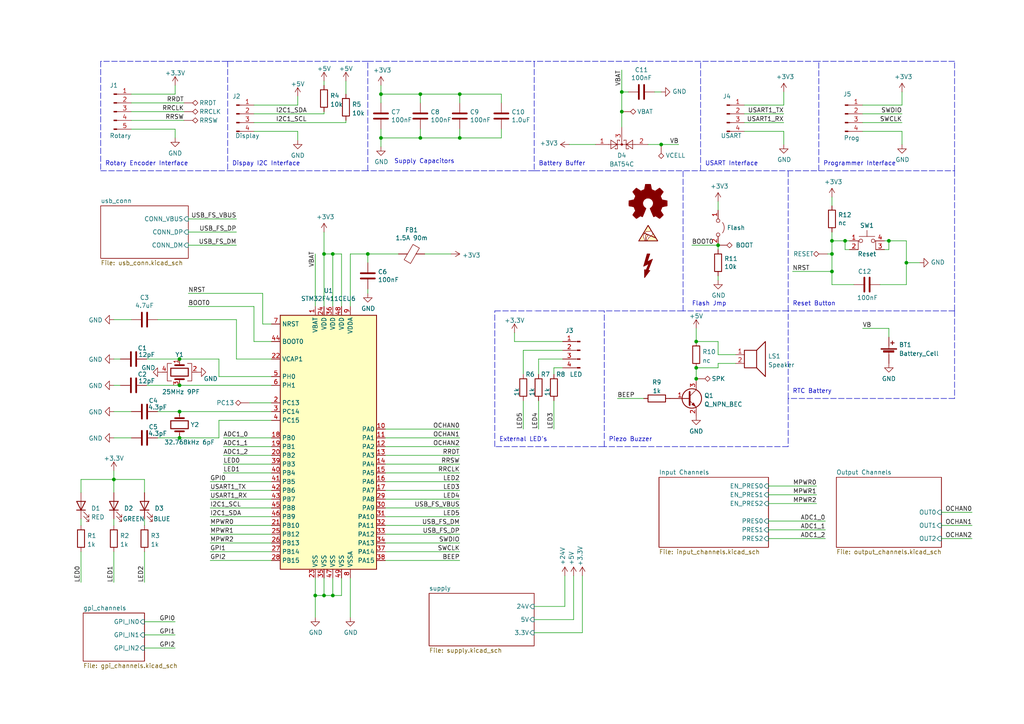
<source format=kicad_sch>
(kicad_sch (version 20211123) (generator eeschema)

  (uuid 949f679f-c6a9-4c5c-99c7-644ace536315)

  (paper "A4")

  (title_block
    (title "FloatPUMP Schematics")
    (date "2022-11-11")
    (rev "1.0")
    (company "robtor.de")
    (comment 1 "Controller board for up to 3 water pumps")
    (comment 2 "measuring capabilities with piezoresistive pressure sensors")
    (comment 3 "sensor input Range 4mA-20mA")
  )

  

  (junction (at 91.44 172.72) (diameter 0) (color 0 0 0 0)
    (uuid 0c1b88cb-a078-4181-b19e-b5625c47d08a)
  )
  (junction (at 96.52 73.66) (diameter 0) (color 0 0 0 0)
    (uuid 1b60fcfc-a270-4122-b967-c7c9c4b63403)
  )
  (junction (at 191.77 41.91) (diameter 0) (color 0 0 0 0)
    (uuid 1c5a68ea-fed7-43b9-a37a-435ca33d5ec4)
  )
  (junction (at 133.35 27.305) (diameter 0) (color 0 0 0 0)
    (uuid 2753d945-ace6-4480-9faf-9137856303ea)
  )
  (junction (at 121.92 40.005) (diameter 0) (color 0 0 0 0)
    (uuid 39d0e9d0-a702-4c04-bc3c-653ef4f0c50e)
  )
  (junction (at 241.3 73.66) (diameter 0) (color 0 0 0 0)
    (uuid 4cd454dd-343a-4999-b869-a7127a4d9978)
  )
  (junction (at 121.92 27.305) (diameter 0) (color 0 0 0 0)
    (uuid 4f94cfba-8412-4c60-a31b-e6d995934dc1)
  )
  (junction (at 96.52 172.72) (diameter 0) (color 0 0 0 0)
    (uuid 5793e5cf-aaeb-41cc-8318-bb2419c1b81f)
  )
  (junction (at 52.07 127) (diameter 0) (color 0 0 0 0)
    (uuid 5a70c532-5383-43bb-b441-21ca36bd2484)
  )
  (junction (at 110.49 40.005) (diameter 0) (color 0 0 0 0)
    (uuid 6f88fca4-4670-437c-9fd1-4ebd76593daa)
  )
  (junction (at 241.3 78.74) (diameter 0) (color 0 0 0 0)
    (uuid 70750f1a-6a6e-4571-87e8-e96d7814c66f)
  )
  (junction (at 201.93 109.855) (diameter 0) (color 0 0 0 0)
    (uuid 9036384e-eee5-4451-b7e7-87842d0d6fca)
  )
  (junction (at 262.89 76.2) (diameter 0) (color 0 0 0 0)
    (uuid 92a2589f-ae05-42af-aab0-9bfaaa2a73f1)
  )
  (junction (at 133.35 40.005) (diameter 0) (color 0 0 0 0)
    (uuid 9569d29f-17d3-40a7-b073-1b7eb9687b43)
  )
  (junction (at 52.07 104.14) (diameter 0) (color 0 0 0 0)
    (uuid 97bd1d07-8f04-442c-80ac-c95cf3f51efe)
  )
  (junction (at 257.81 69.85) (diameter 0) (color 0 0 0 0)
    (uuid 98714d00-b4b5-4379-b4b4-f6e552ad6c97)
  )
  (junction (at 52.07 119.38) (diameter 0) (color 0 0 0 0)
    (uuid a0900619-a580-41eb-9fbb-5149e9a28aef)
  )
  (junction (at 33.02 139.065) (diameter 0) (color 0 0 0 0)
    (uuid a4b63938-0a30-421e-a83e-07ee3a44f405)
  )
  (junction (at 52.07 111.76) (diameter 0) (color 0 0 0 0)
    (uuid a70dc485-cc49-4e1f-b1ec-eb9c56462344)
  )
  (junction (at 245.11 69.85) (diameter 0) (color 0 0 0 0)
    (uuid a783c51a-082f-4856-8a52-660298184bf2)
  )
  (junction (at 180.34 26.67) (diameter 0) (color 0 0 0 0)
    (uuid bf64b8d9-04f8-4bac-906b-3f89e12e5d32)
  )
  (junction (at 201.93 106.68) (diameter 0) (color 0 0 0 0)
    (uuid d85d001d-db06-423e-99e2-d2c9676bf6eb)
  )
  (junction (at 106.68 73.66) (diameter 0) (color 0 0 0 0)
    (uuid dbb72415-af02-4b41-adad-978e86e84f5e)
  )
  (junction (at 208.28 71.12) (diameter 0) (color 0 0 0 0)
    (uuid dc71b394-38ca-4c3c-a2a5-7ef7a670c49b)
  )
  (junction (at 110.49 27.305) (diameter 0) (color 0 0 0 0)
    (uuid dee204e1-3149-4bb4-b821-dbc11df06a18)
  )
  (junction (at 93.98 73.66) (diameter 0) (color 0 0 0 0)
    (uuid ebee7b2d-9f75-4529-9377-97f671d1e3dc)
  )
  (junction (at 201.93 99.06) (diameter 0) (color 0 0 0 0)
    (uuid ec8c2ca1-97d3-4d7c-af64-6cbbbe597d8b)
  )
  (junction (at 93.98 172.72) (diameter 0) (color 0 0 0 0)
    (uuid ed19ccea-cfd8-433f-8938-ca1dd302430c)
  )
  (junction (at 180.34 32.385) (diameter 0) (color 0 0 0 0)
    (uuid f486435c-c972-42e4-8219-35ab13b3a285)
  )
  (junction (at 241.3 69.85) (diameter 0) (color 0 0 0 0)
    (uuid f93f0caf-de38-451e-8ca0-f8175bc6663c)
  )

  (wire (pts (xy 64.77 129.54) (xy 78.74 129.54))
    (stroke (width 0) (type default) (color 0 0 0 0))
    (uuid 011b2a2a-a574-42b5-999f-7ed9d9776a43)
  )
  (polyline (pts (xy 175.26 129.54) (xy 175.26 90.17))
    (stroke (width 0) (type default) (color 0 0 0 0))
    (uuid 01d42531-06ff-458e-91d1-5b96d3f8b385)
  )

  (wire (pts (xy 182.245 26.67) (xy 180.34 26.67))
    (stroke (width 0) (type default) (color 0 0 0 0))
    (uuid 0228648f-fd85-4f7f-9204-53610241d2b9)
  )
  (wire (pts (xy 38.1 119.38) (xy 33.02 119.38))
    (stroke (width 0) (type default) (color 0 0 0 0))
    (uuid 036a7d28-05ab-4651-ba1c-47fa1d863421)
  )
  (wire (pts (xy 73.66 99.06) (xy 73.66 88.9))
    (stroke (width 0) (type default) (color 0 0 0 0))
    (uuid 03a5e9df-cec7-4991-b6d5-c82d388e8d2e)
  )
  (wire (pts (xy 255.27 82.55) (xy 262.89 82.55))
    (stroke (width 0) (type default) (color 0 0 0 0))
    (uuid 062011a8-2b6e-42bc-aa5b-790abf63d348)
  )
  (wire (pts (xy 99.06 73.66) (xy 96.52 73.66))
    (stroke (width 0) (type default) (color 0 0 0 0))
    (uuid 06a42763-2f97-4419-84a6-ef6ea2a60fb4)
  )
  (wire (pts (xy 121.92 27.305) (xy 121.92 29.845))
    (stroke (width 0) (type default) (color 0 0 0 0))
    (uuid 08d4cfaf-b332-40f7-973c-66684e7a54a3)
  )
  (wire (pts (xy 110.49 27.305) (xy 110.49 29.845))
    (stroke (width 0) (type default) (color 0 0 0 0))
    (uuid 0a637dc5-5627-4329-935c-c4f041de6385)
  )
  (wire (pts (xy 93.98 33.02) (xy 93.98 32.385))
    (stroke (width 0) (type default) (color 0 0 0 0))
    (uuid 0bd2a9c0-96d6-44df-80fd-f97264a8b783)
  )
  (wire (pts (xy 52.07 104.14) (xy 42.545 104.14))
    (stroke (width 0) (type default) (color 0 0 0 0))
    (uuid 0c6fff14-bb97-4dc3-9f20-62bec77994c6)
  )
  (wire (pts (xy 78.74 119.38) (xy 52.07 119.38))
    (stroke (width 0) (type default) (color 0 0 0 0))
    (uuid 0e162795-22a7-4501-b03f-b283bb5650d9)
  )
  (wire (pts (xy 201.93 109.855) (xy 201.93 110.49))
    (stroke (width 0) (type default) (color 0 0 0 0))
    (uuid 0f47fb04-026a-4afa-9bfe-15f03def5d6b)
  )
  (wire (pts (xy 149.225 99.06) (xy 163.195 99.06))
    (stroke (width 0) (type default) (color 0 0 0 0))
    (uuid 126099d8-8b2d-4e87-990f-1fb99894d4b1)
  )
  (polyline (pts (xy 106.68 49.53) (xy 106.68 17.78))
    (stroke (width 0) (type default) (color 0 0 0 0))
    (uuid 14d3863a-1c03-4d48-a032-61ae3a0ad5c1)
  )

  (wire (pts (xy 78.74 132.08) (xy 64.77 132.08))
    (stroke (width 0) (type default) (color 0 0 0 0))
    (uuid 152be6bd-f8d6-47e9-9b6b-09485d01579b)
  )
  (wire (pts (xy 93.98 172.72) (xy 91.44 172.72))
    (stroke (width 0) (type default) (color 0 0 0 0))
    (uuid 16e9575c-a847-468f-810e-95497dadeb97)
  )
  (polyline (pts (xy 228.6 115.57) (xy 228.6 129.54))
    (stroke (width 0) (type default) (color 0 0 0 0))
    (uuid 17487b2e-2390-4106-a427-c6c54336dd3f)
  )
  (polyline (pts (xy 228.6 90.17) (xy 198.12 90.17))
    (stroke (width 0) (type default) (color 0 0 0 0))
    (uuid 191311d6-5bf7-47a9-ae1e-6b521cf3ea32)
  )

  (wire (pts (xy 60.96 149.86) (xy 78.74 149.86))
    (stroke (width 0) (type default) (color 0 0 0 0))
    (uuid 196b514b-b3f6-4344-904e-bca015040e93)
  )
  (wire (pts (xy 106.68 83.82) (xy 106.68 85.09))
    (stroke (width 0) (type default) (color 0 0 0 0))
    (uuid 1a8290e9-c445-4b51-b8b0-45fcbf671219)
  )
  (wire (pts (xy 41.91 142.875) (xy 41.91 139.065))
    (stroke (width 0) (type default) (color 0 0 0 0))
    (uuid 1ad7936f-a45d-43a3-8729-3f6ad34b3bbe)
  )
  (wire (pts (xy 208.28 80.01) (xy 208.28 81.28))
    (stroke (width 0) (type default) (color 0 0 0 0))
    (uuid 1b373a0f-a405-4f7c-be0d-0a515d48b205)
  )
  (wire (pts (xy 111.76 127) (xy 133.35 127))
    (stroke (width 0) (type default) (color 0 0 0 0))
    (uuid 1dc46e87-a953-4f20-a4d4-4ecede78d2eb)
  )
  (wire (pts (xy 111.76 157.48) (xy 133.35 157.48))
    (stroke (width 0) (type default) (color 0 0 0 0))
    (uuid 1dd42d41-b809-42ae-b6a5-91ce0f5409f7)
  )
  (wire (pts (xy 100.33 23.495) (xy 100.33 27.305))
    (stroke (width 0) (type default) (color 0 0 0 0))
    (uuid 1e65348d-0394-491b-9696-4c8b7499f309)
  )
  (wire (pts (xy 215.9 35.56) (xy 227.33 35.56))
    (stroke (width 0) (type default) (color 0 0 0 0))
    (uuid 1f4d482a-d80d-48b4-a443-e0ca391c4f86)
  )
  (wire (pts (xy 241.3 69.85) (xy 241.3 73.66))
    (stroke (width 0) (type default) (color 0 0 0 0))
    (uuid 22a0b2d5-d975-4c12-bf03-7470074fed54)
  )
  (wire (pts (xy 96.52 167.64) (xy 96.52 172.72))
    (stroke (width 0) (type default) (color 0 0 0 0))
    (uuid 22f22dbe-16ed-4088-a875-5700f66d16da)
  )
  (wire (pts (xy 241.3 78.74) (xy 229.87 78.74))
    (stroke (width 0) (type default) (color 0 0 0 0))
    (uuid 2400f930-cf6d-41a8-baef-3048725f3a5b)
  )
  (wire (pts (xy 208.28 99.06) (xy 208.28 102.87))
    (stroke (width 0) (type default) (color 0 0 0 0))
    (uuid 268b38a4-5791-4865-b036-a0203f8e626d)
  )
  (wire (pts (xy 163.195 101.6) (xy 151.765 101.6))
    (stroke (width 0) (type default) (color 0 0 0 0))
    (uuid 27394eba-9cc1-4464-8a20-cc6a5fec851e)
  )
  (wire (pts (xy 133.35 40.005) (xy 145.415 40.005))
    (stroke (width 0) (type default) (color 0 0 0 0))
    (uuid 29120252-d73c-4a5c-b87f-011abc045fcf)
  )
  (wire (pts (xy 38.1 27.305) (xy 50.8 27.305))
    (stroke (width 0) (type default) (color 0 0 0 0))
    (uuid 2a745fcb-09cd-409b-a911-81fd22f368af)
  )
  (wire (pts (xy 41.91 187.96) (xy 50.8 187.96))
    (stroke (width 0) (type default) (color 0 0 0 0))
    (uuid 2abcf069-19de-44b8-a6b8-4d5ee2f7d656)
  )
  (wire (pts (xy 256.54 72.39) (xy 257.81 72.39))
    (stroke (width 0) (type default) (color 0 0 0 0))
    (uuid 2d1e4280-a040-4477-a027-a20dfcfdced1)
  )
  (wire (pts (xy 111.76 160.02) (xy 133.35 160.02))
    (stroke (width 0) (type default) (color 0 0 0 0))
    (uuid 2e15e8aa-7905-4170-bb81-958c9c2c74db)
  )
  (wire (pts (xy 52.07 111.76) (xy 42.545 111.76))
    (stroke (width 0) (type default) (color 0 0 0 0))
    (uuid 2e2ea9dc-2e78-48b2-a918-779655a2f4bb)
  )
  (wire (pts (xy 111.76 147.32) (xy 133.35 147.32))
    (stroke (width 0) (type default) (color 0 0 0 0))
    (uuid 2e4f3627-f43e-4331-8ab0-f5d657fd4ada)
  )
  (polyline (pts (xy 66.04 17.78) (xy 29.21 17.78))
    (stroke (width 0) (type default) (color 0 0 0 0))
    (uuid 2e6a35eb-6636-4c39-9b2b-0859e1c94ec8)
  )
  (polyline (pts (xy 66.04 49.53) (xy 106.68 49.53))
    (stroke (width 0) (type default) (color 0 0 0 0))
    (uuid 3010d011-eabc-4cec-b667-b7b1111e3ea0)
  )

  (wire (pts (xy 250.19 33.02) (xy 261.62 33.02))
    (stroke (width 0) (type default) (color 0 0 0 0))
    (uuid 30260a6a-a0b0-4b42-95c3-26be610ecc3e)
  )
  (wire (pts (xy 156.21 116.205) (xy 156.21 124.46))
    (stroke (width 0) (type default) (color 0 0 0 0))
    (uuid 303ae7a7-4a06-4b35-a5ee-99b6d0ccce36)
  )
  (wire (pts (xy 163.83 167.005) (xy 163.83 175.895))
    (stroke (width 0) (type default) (color 0 0 0 0))
    (uuid 30b3bcd0-0533-46bd-8c9c-4e3d480c6687)
  )
  (wire (pts (xy 33.02 111.76) (xy 34.925 111.76))
    (stroke (width 0) (type default) (color 0 0 0 0))
    (uuid 30c2d75b-0aa4-4c8b-abd3-15a8940150c1)
  )
  (wire (pts (xy 23.495 142.875) (xy 23.495 139.065))
    (stroke (width 0) (type default) (color 0 0 0 0))
    (uuid 30c6d872-e47d-4ced-8e4c-2dd7b663d734)
  )
  (wire (pts (xy 133.35 27.305) (xy 121.92 27.305))
    (stroke (width 0) (type default) (color 0 0 0 0))
    (uuid 31ddafb9-61de-4674-b559-9e8bd04c8807)
  )
  (wire (pts (xy 166.37 167.005) (xy 166.37 179.705))
    (stroke (width 0) (type default) (color 0 0 0 0))
    (uuid 32552d8d-ef82-40d3-aa95-d5b169fab07e)
  )
  (wire (pts (xy 201.93 99.06) (xy 208.28 99.06))
    (stroke (width 0) (type default) (color 0 0 0 0))
    (uuid 32a972fc-0c88-44e2-804d-656cd9a1d817)
  )
  (polyline (pts (xy 154.94 49.53) (xy 106.68 49.53))
    (stroke (width 0) (type default) (color 0 0 0 0))
    (uuid 32b4cc52-0f7d-4657-a812-f0ec32bb962f)
  )

  (wire (pts (xy 133.35 37.465) (xy 133.35 40.005))
    (stroke (width 0) (type default) (color 0 0 0 0))
    (uuid 339df927-10f1-44cb-aa5f-82bfd46240c7)
  )
  (wire (pts (xy 78.74 144.78) (xy 60.96 144.78))
    (stroke (width 0) (type default) (color 0 0 0 0))
    (uuid 35e191e7-0681-4caa-ab56-bca67244817b)
  )
  (polyline (pts (xy 143.51 90.17) (xy 154.94 90.17))
    (stroke (width 0) (type default) (color 0 0 0 0))
    (uuid 361b2945-3ddb-479e-87ba-da3a8981f58f)
  )

  (wire (pts (xy 78.74 139.7) (xy 60.96 139.7))
    (stroke (width 0) (type default) (color 0 0 0 0))
    (uuid 375fb2af-999a-47fb-b314-c5ed0dda8fca)
  )
  (wire (pts (xy 123.19 73.66) (xy 130.81 73.66))
    (stroke (width 0) (type default) (color 0 0 0 0))
    (uuid 398e575e-ffcc-47d3-99bb-d2398359704a)
  )
  (wire (pts (xy 160.655 106.68) (xy 160.655 108.585))
    (stroke (width 0) (type default) (color 0 0 0 0))
    (uuid 3a1fc013-e799-4688-ae20-2bbf502da68b)
  )
  (wire (pts (xy 246.38 72.39) (xy 245.11 72.39))
    (stroke (width 0) (type default) (color 0 0 0 0))
    (uuid 3a2c26a3-70bf-4ff7-a25f-6ff112d26092)
  )
  (wire (pts (xy 250.19 30.48) (xy 261.62 30.48))
    (stroke (width 0) (type default) (color 0 0 0 0))
    (uuid 3a77ad2c-5616-4b44-93df-e454912b8b77)
  )
  (wire (pts (xy 111.76 124.46) (xy 133.35 124.46))
    (stroke (width 0) (type default) (color 0 0 0 0))
    (uuid 3bb1b200-9bd3-4ca2-a3fe-ceac65ba2f22)
  )
  (wire (pts (xy 151.765 116.205) (xy 151.765 124.46))
    (stroke (width 0) (type default) (color 0 0 0 0))
    (uuid 3c68ad2c-9010-4ef7-bedd-f009382cb08f)
  )
  (wire (pts (xy 257.81 69.85) (xy 262.89 69.85))
    (stroke (width 0) (type default) (color 0 0 0 0))
    (uuid 3e13f1dc-d2b3-4f0a-8b6b-f58d1a30c831)
  )
  (wire (pts (xy 250.19 95.25) (xy 257.81 95.25))
    (stroke (width 0) (type default) (color 0 0 0 0))
    (uuid 3eff4e29-2225-4c7e-8279-6d6efa2d67e4)
  )
  (wire (pts (xy 247.65 82.55) (xy 241.3 82.55))
    (stroke (width 0) (type default) (color 0 0 0 0))
    (uuid 3f407738-52f9-487e-96ff-574567b43890)
  )
  (wire (pts (xy 45.72 92.71) (xy 68.58 92.71))
    (stroke (width 0) (type default) (color 0 0 0 0))
    (uuid 400b7b23-e399-48ba-af02-3f8bdfca3c55)
  )
  (wire (pts (xy 111.76 129.54) (xy 133.35 129.54))
    (stroke (width 0) (type default) (color 0 0 0 0))
    (uuid 4015be1a-c6e1-42db-af6f-c161f489ea1f)
  )
  (wire (pts (xy 33.02 160.02) (xy 33.02 168.91))
    (stroke (width 0) (type default) (color 0 0 0 0))
    (uuid 4118162d-0e05-4908-9a1f-c7016575bccb)
  )
  (polyline (pts (xy 29.21 17.78) (xy 29.21 49.53))
    (stroke (width 0) (type default) (color 0 0 0 0))
    (uuid 41b6e1ba-5c99-4fd7-9c65-c4fb07c70188)
  )

  (wire (pts (xy 191.77 41.91) (xy 196.85 41.91))
    (stroke (width 0) (type default) (color 0 0 0 0))
    (uuid 424267dd-6303-4018-aae0-34d62814fcba)
  )
  (wire (pts (xy 99.06 167.64) (xy 99.06 172.72))
    (stroke (width 0) (type default) (color 0 0 0 0))
    (uuid 424d7750-ddcd-4f41-93ea-a6761834f91c)
  )
  (wire (pts (xy 222.885 140.97) (xy 236.855 140.97))
    (stroke (width 0) (type default) (color 0 0 0 0))
    (uuid 438c390e-2817-4262-9bb8-264a62f66854)
  )
  (wire (pts (xy 111.76 137.16) (xy 133.35 137.16))
    (stroke (width 0) (type default) (color 0 0 0 0))
    (uuid 4390a55c-a8f9-4caf-a838-233bb3ce27aa)
  )
  (wire (pts (xy 241.3 73.66) (xy 241.3 78.74))
    (stroke (width 0) (type default) (color 0 0 0 0))
    (uuid 43951137-b2ae-4c0a-b786-c0130baa43cf)
  )
  (wire (pts (xy 68.58 104.14) (xy 78.74 104.14))
    (stroke (width 0) (type default) (color 0 0 0 0))
    (uuid 43c49596-4b82-4ee2-b1be-2aafb6486920)
  )
  (wire (pts (xy 96.52 88.9) (xy 96.52 73.66))
    (stroke (width 0) (type default) (color 0 0 0 0))
    (uuid 4444fd17-a409-4254-92e6-9a69f5880d89)
  )
  (wire (pts (xy 180.34 26.67) (xy 180.34 20.32))
    (stroke (width 0) (type default) (color 0 0 0 0))
    (uuid 44ca684d-985e-45fb-a22b-01e29383cba4)
  )
  (wire (pts (xy 273.05 152.4) (xy 281.94 152.4))
    (stroke (width 0) (type default) (color 0 0 0 0))
    (uuid 44f02c76-ffc0-47e0-9779-2d79a58ff9cf)
  )
  (wire (pts (xy 208.28 58.42) (xy 208.28 60.96))
    (stroke (width 0) (type default) (color 0 0 0 0))
    (uuid 45f77cbe-76c9-4770-945d-6ce9f436791e)
  )
  (polyline (pts (xy 276.86 49.53) (xy 276.86 17.78))
    (stroke (width 0) (type default) (color 0 0 0 0))
    (uuid 4738ad5c-de7a-450c-a864-83a693566efb)
  )
  (polyline (pts (xy 154.94 49.53) (xy 203.2 49.53))
    (stroke (width 0) (type default) (color 0 0 0 0))
    (uuid 4cf2a8ea-f147-45e1-b905-8e01e3488a54)
  )

  (wire (pts (xy 52.07 119.38) (xy 45.72 119.38))
    (stroke (width 0) (type default) (color 0 0 0 0))
    (uuid 4d42688d-59c9-41ed-af68-2d906566e68c)
  )
  (wire (pts (xy 23.495 160.02) (xy 23.495 168.91))
    (stroke (width 0) (type default) (color 0 0 0 0))
    (uuid 4d4de7d2-6a8b-425f-a4ad-2111507b5618)
  )
  (wire (pts (xy 208.28 71.12) (xy 200.66 71.12))
    (stroke (width 0) (type default) (color 0 0 0 0))
    (uuid 4d79ec2b-2fc9-4ba1-b93a-d630912470a0)
  )
  (wire (pts (xy 34.925 104.14) (xy 33.02 104.14))
    (stroke (width 0) (type default) (color 0 0 0 0))
    (uuid 4e0ac502-331a-4340-82b9-dd8d8cee49d0)
  )
  (wire (pts (xy 227.33 38.1) (xy 227.33 41.91))
    (stroke (width 0) (type default) (color 0 0 0 0))
    (uuid 4fddd78f-1b0d-4365-b740-2df7595c3522)
  )
  (wire (pts (xy 156.21 104.14) (xy 156.21 108.585))
    (stroke (width 0) (type default) (color 0 0 0 0))
    (uuid 505d5465-5d3c-4c20-a903-bb9f0614c27d)
  )
  (wire (pts (xy 111.76 142.24) (xy 133.35 142.24))
    (stroke (width 0) (type default) (color 0 0 0 0))
    (uuid 507dbcec-13ef-491c-9e13-750ae5d08786)
  )
  (polyline (pts (xy 175.26 129.54) (xy 143.51 129.54))
    (stroke (width 0) (type default) (color 0 0 0 0))
    (uuid 51bbc616-36a1-464c-9200-0d0c8edfe960)
  )

  (wire (pts (xy 64.77 137.16) (xy 78.74 137.16))
    (stroke (width 0) (type default) (color 0 0 0 0))
    (uuid 51d162f7-2e8a-4bc7-88c1-e6c065d4b161)
  )
  (polyline (pts (xy 106.68 17.78) (xy 154.94 17.78))
    (stroke (width 0) (type default) (color 0 0 0 0))
    (uuid 55438888-edf4-4cf0-83da-f060d3938df2)
  )

  (wire (pts (xy 262.89 69.85) (xy 262.89 76.2))
    (stroke (width 0) (type default) (color 0 0 0 0))
    (uuid 55587dc1-052d-440c-a761-29091bbb6f2b)
  )
  (wire (pts (xy 163.195 106.68) (xy 160.655 106.68))
    (stroke (width 0) (type default) (color 0 0 0 0))
    (uuid 56073852-e094-44c0-abb8-63498ed962c1)
  )
  (wire (pts (xy 222.885 151.13) (xy 239.395 151.13))
    (stroke (width 0) (type default) (color 0 0 0 0))
    (uuid 5651f317-a2b7-4f02-bafd-3ed49b106af9)
  )
  (wire (pts (xy 111.76 134.62) (xy 133.35 134.62))
    (stroke (width 0) (type default) (color 0 0 0 0))
    (uuid 5675cbe2-6193-4193-a086-51fe846aeda2)
  )
  (wire (pts (xy 145.415 37.465) (xy 145.415 40.005))
    (stroke (width 0) (type default) (color 0 0 0 0))
    (uuid 57dab67d-73b5-4fcb-901b-a69051e35364)
  )
  (wire (pts (xy 76.2 93.98) (xy 76.2 85.09))
    (stroke (width 0) (type default) (color 0 0 0 0))
    (uuid 57fd891c-135f-4c54-af0d-9ea73edf736e)
  )
  (wire (pts (xy 227.33 30.48) (xy 227.33 26.67))
    (stroke (width 0) (type default) (color 0 0 0 0))
    (uuid 58170f19-2867-4e92-aef8-b013ab60ff8b)
  )
  (wire (pts (xy 241.3 57.15) (xy 241.3 59.69))
    (stroke (width 0) (type default) (color 0 0 0 0))
    (uuid 58a18d69-fc34-46c3-b57c-2e4d5b6313a2)
  )
  (wire (pts (xy 151.765 101.6) (xy 151.765 108.585))
    (stroke (width 0) (type default) (color 0 0 0 0))
    (uuid 5ab5fc39-d119-4939-b187-6241bdd9350c)
  )
  (polyline (pts (xy 106.68 17.78) (xy 66.04 17.78))
    (stroke (width 0) (type default) (color 0 0 0 0))
    (uuid 5be033f5-9678-4b75-be3b-55853d81c4f8)
  )

  (wire (pts (xy 121.92 27.305) (xy 110.49 27.305))
    (stroke (width 0) (type default) (color 0 0 0 0))
    (uuid 5c2af2de-18cd-439f-b9b8-856093f4e3ac)
  )
  (wire (pts (xy 154.94 183.515) (xy 168.91 183.515))
    (stroke (width 0) (type default) (color 0 0 0 0))
    (uuid 5cb667df-c15a-49bc-9600-d61cf174120a)
  )
  (wire (pts (xy 241.3 78.74) (xy 241.3 82.55))
    (stroke (width 0) (type default) (color 0 0 0 0))
    (uuid 5d9a5990-dcf8-486e-bfb6-30d6c0b34192)
  )
  (wire (pts (xy 63.5 104.14) (xy 52.07 104.14))
    (stroke (width 0) (type default) (color 0 0 0 0))
    (uuid 5e1d9c1f-58d3-41cd-9eb4-fb2ae3a4b10c)
  )
  (wire (pts (xy 215.9 30.48) (xy 227.33 30.48))
    (stroke (width 0) (type default) (color 0 0 0 0))
    (uuid 5e2838cc-acd7-4c51-bc18-f5f97bf524d9)
  )
  (polyline (pts (xy 29.21 49.53) (xy 66.04 49.53))
    (stroke (width 0) (type default) (color 0 0 0 0))
    (uuid 5fe5e54d-1eb6-4f0a-a978-61e0039cfbf1)
  )

  (wire (pts (xy 63.5 109.22) (xy 63.5 104.14))
    (stroke (width 0) (type default) (color 0 0 0 0))
    (uuid 613967c9-6a2a-45ae-bf78-98e4612f5d55)
  )
  (wire (pts (xy 240.03 73.66) (xy 241.3 73.66))
    (stroke (width 0) (type default) (color 0 0 0 0))
    (uuid 6142ef34-97be-4c90-9ca7-e387753b518a)
  )
  (wire (pts (xy 101.6 88.9) (xy 101.6 73.66))
    (stroke (width 0) (type default) (color 0 0 0 0))
    (uuid 618c3501-0e3a-49e5-8b16-1ffee4adee40)
  )
  (wire (pts (xy 222.885 156.21) (xy 239.395 156.21))
    (stroke (width 0) (type default) (color 0 0 0 0))
    (uuid 62b8cb17-877a-45b0-821a-c147661d06ec)
  )
  (wire (pts (xy 241.3 69.85) (xy 245.11 69.85))
    (stroke (width 0) (type default) (color 0 0 0 0))
    (uuid 62d616c4-a645-4785-83f4-e7b9176541bd)
  )
  (wire (pts (xy 262.89 76.2) (xy 266.7 76.2))
    (stroke (width 0) (type default) (color 0 0 0 0))
    (uuid 63c78302-c24d-424c-9283-52ae93200987)
  )
  (wire (pts (xy 63.5 121.92) (xy 63.5 127))
    (stroke (width 0) (type default) (color 0 0 0 0))
    (uuid 65a211f6-d005-41c5-aeb4-31d7e06acfc2)
  )
  (wire (pts (xy 64.77 134.62) (xy 78.74 134.62))
    (stroke (width 0) (type default) (color 0 0 0 0))
    (uuid 68877676-f185-4ce5-994a-3e7cd8c4b619)
  )
  (wire (pts (xy 111.76 152.4) (xy 133.35 152.4))
    (stroke (width 0) (type default) (color 0 0 0 0))
    (uuid 69502565-c8b7-43eb-99e0-3580594b1098)
  )
  (wire (pts (xy 201.93 106.68) (xy 201.93 109.855))
    (stroke (width 0) (type default) (color 0 0 0 0))
    (uuid 69ab2ff6-8d0a-4e41-8e1a-1caf0870f3b7)
  )
  (wire (pts (xy 201.93 95.25) (xy 201.93 99.06))
    (stroke (width 0) (type default) (color 0 0 0 0))
    (uuid 6c7d8008-17da-4be5-b57e-dfb877a7ef32)
  )
  (wire (pts (xy 121.92 37.465) (xy 121.92 40.005))
    (stroke (width 0) (type default) (color 0 0 0 0))
    (uuid 6ce9cb44-7b50-4bf3-98c7-6ca59e7305b2)
  )
  (wire (pts (xy 145.415 29.845) (xy 145.415 27.305))
    (stroke (width 0) (type default) (color 0 0 0 0))
    (uuid 6dd36aa5-6a60-4752-8a21-1772effb9f07)
  )
  (polyline (pts (xy 276.86 17.78) (xy 237.49 17.78))
    (stroke (width 0) (type default) (color 0 0 0 0))
    (uuid 6fd2b7a8-9e41-4aa1-88b4-f9ee307d1b4b)
  )

  (wire (pts (xy 78.74 111.76) (xy 52.07 111.76))
    (stroke (width 0) (type default) (color 0 0 0 0))
    (uuid 715db6a8-aaa0-46b4-addd-972ee71b75dc)
  )
  (wire (pts (xy 110.49 37.465) (xy 110.49 40.005))
    (stroke (width 0) (type default) (color 0 0 0 0))
    (uuid 71b00c47-caef-48f6-91be-7f1855a1e2c0)
  )
  (wire (pts (xy 111.76 132.08) (xy 133.35 132.08))
    (stroke (width 0) (type default) (color 0 0 0 0))
    (uuid 72cc00e4-7e53-46d8-858f-e435f5b37f05)
  )
  (wire (pts (xy 201.93 106.68) (xy 208.28 106.68))
    (stroke (width 0) (type default) (color 0 0 0 0))
    (uuid 743fef08-4881-4afb-adde-ee5bd2198117)
  )
  (wire (pts (xy 241.3 67.31) (xy 241.3 69.85))
    (stroke (width 0) (type default) (color 0 0 0 0))
    (uuid 748c549b-7c57-462b-9f39-c28eb0045225)
  )
  (wire (pts (xy 215.9 38.1) (xy 227.33 38.1))
    (stroke (width 0) (type default) (color 0 0 0 0))
    (uuid 74d4a3c7-cc41-4e0e-b616-9fc3c358b2ae)
  )
  (wire (pts (xy 121.92 40.005) (xy 110.49 40.005))
    (stroke (width 0) (type default) (color 0 0 0 0))
    (uuid 752a7bdc-59a7-4a9e-ae9b-a35465dc8e0c)
  )
  (wire (pts (xy 93.98 88.9) (xy 93.98 73.66))
    (stroke (width 0) (type default) (color 0 0 0 0))
    (uuid 75594c3c-e55b-4454-809c-0a72aa43af83)
  )
  (wire (pts (xy 222.885 153.67) (xy 239.395 153.67))
    (stroke (width 0) (type default) (color 0 0 0 0))
    (uuid 769aead0-25d0-4594-84cb-d6b74ceb8cd8)
  )
  (wire (pts (xy 23.495 139.065) (xy 33.02 139.065))
    (stroke (width 0) (type default) (color 0 0 0 0))
    (uuid 78ce4bcf-16dc-4d77-99b5-ce1b3e6d1d63)
  )
  (wire (pts (xy 261.62 30.48) (xy 261.62 26.67))
    (stroke (width 0) (type default) (color 0 0 0 0))
    (uuid 78f1b9a8-ca0e-4e8c-91b8-a46bcfebec64)
  )
  (wire (pts (xy 73.66 88.9) (xy 54.61 88.9))
    (stroke (width 0) (type default) (color 0 0 0 0))
    (uuid 7c20a18a-318c-4e79-afcf-a3e87eb69a53)
  )
  (wire (pts (xy 99.06 172.72) (xy 96.52 172.72))
    (stroke (width 0) (type default) (color 0 0 0 0))
    (uuid 7ee436ac-423d-4d29-90ad-39fdc300fae0)
  )
  (wire (pts (xy 68.58 92.71) (xy 68.58 104.14))
    (stroke (width 0) (type default) (color 0 0 0 0))
    (uuid 837370a5-1290-49d7-96e4-d4c2412ac873)
  )
  (wire (pts (xy 96.52 172.72) (xy 93.98 172.72))
    (stroke (width 0) (type default) (color 0 0 0 0))
    (uuid 84a2320f-8ad9-4501-8628-7ca6e418f956)
  )
  (wire (pts (xy 179.07 115.57) (xy 186.69 115.57))
    (stroke (width 0) (type default) (color 0 0 0 0))
    (uuid 87cf9f49-2322-4621-91eb-11035c4cedf8)
  )
  (wire (pts (xy 72.39 116.84) (xy 78.74 116.84))
    (stroke (width 0) (type default) (color 0 0 0 0))
    (uuid 88123869-4c37-45f5-b8c1-72149ea8f4ba)
  )
  (wire (pts (xy 133.35 40.005) (xy 121.92 40.005))
    (stroke (width 0) (type default) (color 0 0 0 0))
    (uuid 88c7d4ef-4a81-4ff0-8236-354227632382)
  )
  (wire (pts (xy 160.655 116.205) (xy 160.655 124.46))
    (stroke (width 0) (type default) (color 0 0 0 0))
    (uuid 8afd873f-9a06-4b39-ab04-49f0059f061b)
  )
  (wire (pts (xy 41.91 184.15) (xy 50.8 184.15))
    (stroke (width 0) (type default) (color 0 0 0 0))
    (uuid 8b4e071f-9509-4780-a465-03d34bc67608)
  )
  (wire (pts (xy 78.74 109.22) (xy 63.5 109.22))
    (stroke (width 0) (type default) (color 0 0 0 0))
    (uuid 8b558919-c46d-47f8-bf42-0c0ee86f63f0)
  )
  (wire (pts (xy 111.76 139.7) (xy 133.35 139.7))
    (stroke (width 0) (type default) (color 0 0 0 0))
    (uuid 8bf90929-6d2d-4a79-b1a1-138fa542533a)
  )
  (polyline (pts (xy 154.94 17.78) (xy 154.94 49.53))
    (stroke (width 0) (type default) (color 0 0 0 0))
    (uuid 8d77d4ce-5809-4e16-9db8-9d8672ed5276)
  )

  (wire (pts (xy 73.66 38.1) (xy 86.36 38.1))
    (stroke (width 0) (type default) (color 0 0 0 0))
    (uuid 8d858d92-08ba-438f-a480-02393eb30c20)
  )
  (wire (pts (xy 245.11 72.39) (xy 245.11 69.85))
    (stroke (width 0) (type default) (color 0 0 0 0))
    (uuid 8e9c4a43-8462-408b-bdf7-8c2daf48a9a0)
  )
  (polyline (pts (xy 237.49 17.78) (xy 203.2 17.78))
    (stroke (width 0) (type default) (color 0 0 0 0))
    (uuid 8f2ebcdd-5322-432c-8de8-6f6fa3726577)
  )

  (wire (pts (xy 86.36 38.1) (xy 86.36 40.64))
    (stroke (width 0) (type default) (color 0 0 0 0))
    (uuid 8f733a2c-4b86-4934-a2e4-283803e72b72)
  )
  (wire (pts (xy 91.44 172.72) (xy 91.44 167.64))
    (stroke (width 0) (type default) (color 0 0 0 0))
    (uuid 911ef457-a362-4278-aeb0-e20b4bb95f57)
  )
  (wire (pts (xy 154.94 179.705) (xy 166.37 179.705))
    (stroke (width 0) (type default) (color 0 0 0 0))
    (uuid 913d6165-3eac-4e31-bdf3-24543d6b7c16)
  )
  (wire (pts (xy 76.2 85.09) (xy 54.61 85.09))
    (stroke (width 0) (type default) (color 0 0 0 0))
    (uuid 91e5eec5-ba86-4de8-8306-b82359e84f0b)
  )
  (wire (pts (xy 111.76 149.86) (xy 133.35 149.86))
    (stroke (width 0) (type default) (color 0 0 0 0))
    (uuid 93be490e-4a1a-433c-b296-e5201b30adb1)
  )
  (polyline (pts (xy 237.49 49.53) (xy 237.49 17.78))
    (stroke (width 0) (type default) (color 0 0 0 0))
    (uuid 95462dda-11ce-48d0-b7d6-002ca6ca715a)
  )

  (wire (pts (xy 78.74 154.94) (xy 60.96 154.94))
    (stroke (width 0) (type default) (color 0 0 0 0))
    (uuid 95c0b30a-014d-4809-9e39-76cfd21137e8)
  )
  (wire (pts (xy 38.1 32.385) (xy 53.34 32.385))
    (stroke (width 0) (type default) (color 0 0 0 0))
    (uuid 95d61b58-2fd5-43ab-bfd4-cc233f0800db)
  )
  (wire (pts (xy 273.05 156.21) (xy 281.94 156.21))
    (stroke (width 0) (type default) (color 0 0 0 0))
    (uuid 95fa23fd-11b6-43e1-a7ba-9d9bca32c40b)
  )
  (wire (pts (xy 38.1 92.71) (xy 33.02 92.71))
    (stroke (width 0) (type default) (color 0 0 0 0))
    (uuid 964c3381-2dfe-4f42-9493-7645015217dd)
  )
  (wire (pts (xy 33.02 127) (xy 38.1 127))
    (stroke (width 0) (type default) (color 0 0 0 0))
    (uuid 98d42198-ed3b-4bf0-8e91-cbf5646f19a6)
  )
  (wire (pts (xy 93.98 73.66) (xy 93.98 67.31))
    (stroke (width 0) (type default) (color 0 0 0 0))
    (uuid 990602b7-cde7-45dc-92b8-b9c7bf4dd7ac)
  )
  (wire (pts (xy 93.98 167.64) (xy 93.98 172.72))
    (stroke (width 0) (type default) (color 0 0 0 0))
    (uuid 99979f31-c85d-4c90-81ff-676e69fef161)
  )
  (wire (pts (xy 86.36 27.94) (xy 86.36 30.48))
    (stroke (width 0) (type default) (color 0 0 0 0))
    (uuid 9a8e5ffa-9aed-471c-a8e6-a636cf083f34)
  )
  (wire (pts (xy 106.68 76.2) (xy 106.68 73.66))
    (stroke (width 0) (type default) (color 0 0 0 0))
    (uuid 9b08aa48-fde9-4f0c-abdd-7ab3f00ef3e0)
  )
  (wire (pts (xy 149.225 96.52) (xy 149.225 99.06))
    (stroke (width 0) (type default) (color 0 0 0 0))
    (uuid 9b20bafc-d645-4d67-9a2c-e2d16646bed8)
  )
  (wire (pts (xy 78.74 162.56) (xy 60.96 162.56))
    (stroke (width 0) (type default) (color 0 0 0 0))
    (uuid 9b37b30a-3649-4363-8875-f3fb5ec17e65)
  )
  (wire (pts (xy 215.9 33.02) (xy 227.33 33.02))
    (stroke (width 0) (type default) (color 0 0 0 0))
    (uuid 9c1e6565-7a7a-4067-bbd0-872c0268b742)
  )
  (wire (pts (xy 163.195 104.14) (xy 156.21 104.14))
    (stroke (width 0) (type default) (color 0 0 0 0))
    (uuid 9cc9d3c8-ba88-40da-9425-3b87aa46e513)
  )
  (wire (pts (xy 133.35 29.845) (xy 133.35 27.305))
    (stroke (width 0) (type default) (color 0 0 0 0))
    (uuid 9d5e6a18-8b3a-47d4-b855-1b2ca215c734)
  )
  (polyline (pts (xy 198.12 90.17) (xy 198.12 49.53))
    (stroke (width 0) (type default) (color 0 0 0 0))
    (uuid 9ecc751b-0606-4a8f-9372-63a5cb28ad4e)
  )

  (wire (pts (xy 262.89 76.2) (xy 262.89 82.55))
    (stroke (width 0) (type default) (color 0 0 0 0))
    (uuid a05ced30-092c-475f-857c-28f2ada8a95d)
  )
  (polyline (pts (xy 276.86 49.53) (xy 276.86 90.17))
    (stroke (width 0) (type default) (color 0 0 0 0))
    (uuid a0735468-fe8c-4d1d-8469-a88cd0829ac1)
  )

  (wire (pts (xy 54.61 71.12) (xy 68.58 71.12))
    (stroke (width 0) (type default) (color 0 0 0 0))
    (uuid a2a8943b-bcd6-4326-88ce-86d550232544)
  )
  (wire (pts (xy 257.81 72.39) (xy 257.81 69.85))
    (stroke (width 0) (type default) (color 0 0 0 0))
    (uuid a39ab296-84d3-4532-bfd3-0d85d70b622d)
  )
  (wire (pts (xy 180.34 32.385) (xy 180.34 36.83))
    (stroke (width 0) (type default) (color 0 0 0 0))
    (uuid a6b1970e-7fb2-4104-ae0a-e27cd049864d)
  )
  (wire (pts (xy 78.74 93.98) (xy 76.2 93.98))
    (stroke (width 0) (type default) (color 0 0 0 0))
    (uuid a89c8429-59bb-42fc-bc75-babaaeef03d9)
  )
  (wire (pts (xy 257.81 97.79) (xy 257.81 95.25))
    (stroke (width 0) (type default) (color 0 0 0 0))
    (uuid a9a9a4b6-8a0f-441d-b901-b6be940df615)
  )
  (wire (pts (xy 73.66 30.48) (xy 86.36 30.48))
    (stroke (width 0) (type default) (color 0 0 0 0))
    (uuid aa3fb47d-c127-41e0-acc4-dce6b0c86d5f)
  )
  (wire (pts (xy 63.5 127) (xy 52.07 127))
    (stroke (width 0) (type default) (color 0 0 0 0))
    (uuid ab6d145b-8b2c-4b78-9fa4-d11fb96ed0e4)
  )
  (wire (pts (xy 50.8 37.465) (xy 50.8 40.005))
    (stroke (width 0) (type default) (color 0 0 0 0))
    (uuid adbff9ca-1914-4369-8ccd-4dec08f28a8e)
  )
  (polyline (pts (xy 228.6 90.17) (xy 228.6 49.53))
    (stroke (width 0) (type default) (color 0 0 0 0))
    (uuid add543ca-adad-4f14-9c6f-90093a2e4561)
  )

  (wire (pts (xy 100.33 35.56) (xy 100.33 34.925))
    (stroke (width 0) (type default) (color 0 0 0 0))
    (uuid ae573e88-cf0e-42aa-83ce-8bd94150ded4)
  )
  (wire (pts (xy 256.54 69.85) (xy 257.81 69.85))
    (stroke (width 0) (type default) (color 0 0 0 0))
    (uuid af6725f5-c846-41f8-b609-4d0d39f7a149)
  )
  (polyline (pts (xy 228.6 115.57) (xy 228.6 90.17))
    (stroke (width 0) (type default) (color 0 0 0 0))
    (uuid b0dad422-ee01-40cf-9bf3-b9abe86989a0)
  )

  (wire (pts (xy 250.19 35.56) (xy 261.62 35.56))
    (stroke (width 0) (type default) (color 0 0 0 0))
    (uuid b12b8d6d-075d-4ebe-8821-613f22e76050)
  )
  (wire (pts (xy 60.96 160.02) (xy 78.74 160.02))
    (stroke (width 0) (type default) (color 0 0 0 0))
    (uuid b27f8d6a-5c79-4388-b709-4ee534ab4242)
  )
  (polyline (pts (xy 198.12 90.17) (xy 154.94 90.17))
    (stroke (width 0) (type default) (color 0 0 0 0))
    (uuid b401eecd-f8bd-4e64-8d28-37b75cfe8ca1)
  )
  (polyline (pts (xy 276.86 90.17) (xy 228.6 90.17))
    (stroke (width 0) (type default) (color 0 0 0 0))
    (uuid b6056db1-1452-4b70-b01d-a7ba36c5259e)
  )

  (wire (pts (xy 111.76 154.94) (xy 133.35 154.94))
    (stroke (width 0) (type default) (color 0 0 0 0))
    (uuid b7bf21d8-635b-4ba8-931a-f395d90500b3)
  )
  (polyline (pts (xy 66.04 17.78) (xy 66.04 49.53))
    (stroke (width 0) (type default) (color 0 0 0 0))
    (uuid b8414c94-63de-4156-a96e-3fc44e986736)
  )
  (polyline (pts (xy 228.6 129.54) (xy 175.26 129.54))
    (stroke (width 0) (type default) (color 0 0 0 0))
    (uuid b94aeef8-cd3f-4340-9ae1-82d3bb739012)
  )

  (wire (pts (xy 91.44 88.9) (xy 91.44 73.66))
    (stroke (width 0) (type default) (color 0 0 0 0))
    (uuid bb1bb570-2a1a-4394-a465-3e3f93b04bc3)
  )
  (wire (pts (xy 96.52 73.66) (xy 93.98 73.66))
    (stroke (width 0) (type default) (color 0 0 0 0))
    (uuid bc1861f3-bc7f-47c2-9f68-a672fe4e27e5)
  )
  (wire (pts (xy 41.91 150.495) (xy 41.91 152.4))
    (stroke (width 0) (type default) (color 0 0 0 0))
    (uuid bc1cd474-ad2d-4d09-84b6-2427b03dddd2)
  )
  (wire (pts (xy 250.19 38.1) (xy 261.62 38.1))
    (stroke (width 0) (type default) (color 0 0 0 0))
    (uuid bc47ce52-222c-47cd-ad64-1775f2c90d97)
  )
  (wire (pts (xy 110.49 27.305) (xy 110.49 24.765))
    (stroke (width 0) (type default) (color 0 0 0 0))
    (uuid bc776d57-ec50-4332-bcea-30cfae22cb9c)
  )
  (wire (pts (xy 99.06 88.9) (xy 99.06 73.66))
    (stroke (width 0) (type default) (color 0 0 0 0))
    (uuid bcb24732-4854-4f1c-8c63-7ed38b9499fe)
  )
  (wire (pts (xy 208.28 72.39) (xy 208.28 71.12))
    (stroke (width 0) (type default) (color 0 0 0 0))
    (uuid bf9c2abc-32bf-4026-9f6c-082d75f3024c)
  )
  (wire (pts (xy 154.94 175.895) (xy 163.83 175.895))
    (stroke (width 0) (type default) (color 0 0 0 0))
    (uuid bfa97bf5-7863-4ed9-8920-8cc9e7ac15e8)
  )
  (wire (pts (xy 110.49 40.005) (xy 110.49 42.545))
    (stroke (width 0) (type default) (color 0 0 0 0))
    (uuid c138df99-414c-43c1-acb2-f07d1bf70c11)
  )
  (polyline (pts (xy 203.2 49.53) (xy 237.49 49.53))
    (stroke (width 0) (type default) (color 0 0 0 0))
    (uuid c6af4135-16c4-4238-ad8c-249231c54888)
  )

  (wire (pts (xy 111.76 162.56) (xy 133.35 162.56))
    (stroke (width 0) (type default) (color 0 0 0 0))
    (uuid c711a49a-c2e7-4fe7-a5e9-375f5e64d2bc)
  )
  (wire (pts (xy 38.1 37.465) (xy 50.8 37.465))
    (stroke (width 0) (type default) (color 0 0 0 0))
    (uuid c80e5648-60ca-4a95-816c-f49b2f0a5777)
  )
  (wire (pts (xy 93.98 23.495) (xy 93.98 24.765))
    (stroke (width 0) (type default) (color 0 0 0 0))
    (uuid c84aefb8-9f08-4261-8cba-cacf291e197d)
  )
  (wire (pts (xy 261.62 38.1) (xy 261.62 41.91))
    (stroke (width 0) (type default) (color 0 0 0 0))
    (uuid cb14be23-ab98-48c6-9abc-b932f63964a4)
  )
  (wire (pts (xy 60.96 142.24) (xy 78.74 142.24))
    (stroke (width 0) (type default) (color 0 0 0 0))
    (uuid cb7bc55a-2323-48ce-92b6-125d73a762b3)
  )
  (wire (pts (xy 245.11 69.85) (xy 246.38 69.85))
    (stroke (width 0) (type default) (color 0 0 0 0))
    (uuid cc93f1d6-860e-443d-aa02-aa2032dcb0dc)
  )
  (wire (pts (xy 91.44 172.72) (xy 91.44 179.07))
    (stroke (width 0) (type default) (color 0 0 0 0))
    (uuid ccc4c377-89ee-44c7-a202-6503eff25fe6)
  )
  (wire (pts (xy 78.74 121.92) (xy 63.5 121.92))
    (stroke (width 0) (type default) (color 0 0 0 0))
    (uuid ce45bb24-479d-4683-aa67-755497195e70)
  )
  (wire (pts (xy 78.74 99.06) (xy 73.66 99.06))
    (stroke (width 0) (type default) (color 0 0 0 0))
    (uuid ce5a1aac-236e-4abf-b1fe-601a38c49f71)
  )
  (wire (pts (xy 222.885 143.51) (xy 236.855 143.51))
    (stroke (width 0) (type default) (color 0 0 0 0))
    (uuid cea0e747-bc0d-4ecc-afdd-051936aac5b3)
  )
  (wire (pts (xy 78.74 127) (xy 64.77 127))
    (stroke (width 0) (type default) (color 0 0 0 0))
    (uuid d0ce3aee-e805-4c59-8762-90f34d751749)
  )
  (wire (pts (xy 33.02 139.065) (xy 33.02 142.875))
    (stroke (width 0) (type default) (color 0 0 0 0))
    (uuid d173243c-9836-4450-b9b9-8164a87447dc)
  )
  (polyline (pts (xy 203.2 17.78) (xy 154.94 17.78))
    (stroke (width 0) (type default) (color 0 0 0 0))
    (uuid d2df2db7-6b1d-41f5-82f6-b44efdb2263a)
  )
  (polyline (pts (xy 276.86 90.17) (xy 276.86 115.57))
    (stroke (width 0) (type default) (color 0 0 0 0))
    (uuid d3ccf262-928e-4d3c-b7fb-10f0fd24e90c)
  )

  (wire (pts (xy 187.96 41.91) (xy 191.77 41.91))
    (stroke (width 0) (type default) (color 0 0 0 0))
    (uuid d59d8e3b-ab91-4e44-a48e-fcab5114ba4b)
  )
  (wire (pts (xy 191.77 26.67) (xy 189.865 26.67))
    (stroke (width 0) (type default) (color 0 0 0 0))
    (uuid d6056601-590e-40a7-8ff6-31fe6146d5f2)
  )
  (wire (pts (xy 106.68 73.66) (xy 115.57 73.66))
    (stroke (width 0) (type default) (color 0 0 0 0))
    (uuid d6810000-b98f-4103-8b13-717f8558ec4e)
  )
  (wire (pts (xy 73.66 33.02) (xy 93.98 33.02))
    (stroke (width 0) (type default) (color 0 0 0 0))
    (uuid d6d2b2a7-d8a5-420f-a284-8759beb962c6)
  )
  (wire (pts (xy 41.91 180.34) (xy 50.8 180.34))
    (stroke (width 0) (type default) (color 0 0 0 0))
    (uuid d7be70c0-432e-4886-8aed-aaaf7b3d6873)
  )
  (wire (pts (xy 50.8 24.765) (xy 50.8 27.305))
    (stroke (width 0) (type default) (color 0 0 0 0))
    (uuid dcff3f94-f6a1-46ab-808f-ff344af909cf)
  )
  (wire (pts (xy 168.91 167.005) (xy 168.91 183.515))
    (stroke (width 0) (type default) (color 0 0 0 0))
    (uuid decffccb-3910-4a00-b471-9086ac1afabe)
  )
  (wire (pts (xy 111.76 144.78) (xy 133.35 144.78))
    (stroke (width 0) (type default) (color 0 0 0 0))
    (uuid dfa0739b-211d-4ea0-b2c6-5d073248355d)
  )
  (wire (pts (xy 78.74 157.48) (xy 60.96 157.48))
    (stroke (width 0) (type default) (color 0 0 0 0))
    (uuid dfed6e74-55ff-41a0-a5be-13947b0d0f22)
  )
  (wire (pts (xy 208.28 105.41) (xy 208.28 106.68))
    (stroke (width 0) (type default) (color 0 0 0 0))
    (uuid e285b06c-3055-4c27-9657-454e5eee412a)
  )
  (wire (pts (xy 38.1 29.845) (xy 53.34 29.845))
    (stroke (width 0) (type default) (color 0 0 0 0))
    (uuid e63bea54-8882-4449-827e-26ac8b2b34b1)
  )
  (wire (pts (xy 33.02 139.065) (xy 41.91 139.065))
    (stroke (width 0) (type default) (color 0 0 0 0))
    (uuid e73a6660-d48a-4e68-81c8-476273629ae8)
  )
  (polyline (pts (xy 143.51 129.54) (xy 143.51 90.17))
    (stroke (width 0) (type default) (color 0 0 0 0))
    (uuid e86f5740-aff8-4cde-80e3-0698a60149a9)
  )

  (wire (pts (xy 73.66 35.56) (xy 100.33 35.56))
    (stroke (width 0) (type default) (color 0 0 0 0))
    (uuid e89fb6a3-31fd-4862-ac4f-9b5b7beccc8e)
  )
  (wire (pts (xy 52.07 127) (xy 45.72 127))
    (stroke (width 0) (type default) (color 0 0 0 0))
    (uuid e90c6fab-6929-4bd3-a2c8-c327741c2207)
  )
  (wire (pts (xy 54.61 63.5) (xy 68.58 63.5))
    (stroke (width 0) (type default) (color 0 0 0 0))
    (uuid e95ae691-6553-4ec9-9bfb-ec7e231ba2ff)
  )
  (wire (pts (xy 33.02 136.525) (xy 33.02 139.065))
    (stroke (width 0) (type default) (color 0 0 0 0))
    (uuid ea1bf3bb-617d-4685-ac7d-38426d0a3177)
  )
  (wire (pts (xy 213.36 105.41) (xy 208.28 105.41))
    (stroke (width 0) (type default) (color 0 0 0 0))
    (uuid eb61c2d7-7968-485e-9d23-94f9df4543ec)
  )
  (wire (pts (xy 41.91 160.02) (xy 41.91 168.91))
    (stroke (width 0) (type default) (color 0 0 0 0))
    (uuid ec5aefdf-0a0a-4e5e-a358-8d55d652d7d9)
  )
  (wire (pts (xy 133.35 27.305) (xy 145.415 27.305))
    (stroke (width 0) (type default) (color 0 0 0 0))
    (uuid eda5650f-4123-47f7-a571-b4cf417c532d)
  )
  (polyline (pts (xy 203.2 49.53) (xy 203.2 17.78))
    (stroke (width 0) (type default) (color 0 0 0 0))
    (uuid ee664fba-5e11-49e9-b568-bf569641899a)
  )

  (wire (pts (xy 273.05 148.59) (xy 281.94 148.59))
    (stroke (width 0) (type default) (color 0 0 0 0))
    (uuid eed5dbbe-9362-46fd-9ec9-8df3ea84b9d9)
  )
  (wire (pts (xy 54.61 67.31) (xy 68.58 67.31))
    (stroke (width 0) (type default) (color 0 0 0 0))
    (uuid efff8124-bdab-4cd3-8181-faad1eb27e4f)
  )
  (wire (pts (xy 101.6 167.64) (xy 101.6 179.07))
    (stroke (width 0) (type default) (color 0 0 0 0))
    (uuid f0332d1f-1208-4b12-a62f-9d973be4942a)
  )
  (wire (pts (xy 208.28 102.87) (xy 213.36 102.87))
    (stroke (width 0) (type default) (color 0 0 0 0))
    (uuid f1c037e2-4968-4b91-93d7-5af5fa892692)
  )
  (wire (pts (xy 165.1 41.91) (xy 172.72 41.91))
    (stroke (width 0) (type default) (color 0 0 0 0))
    (uuid f51f9441-4a22-42ba-84ab-b9f70e0bb738)
  )
  (wire (pts (xy 38.1 34.925) (xy 53.34 34.925))
    (stroke (width 0) (type default) (color 0 0 0 0))
    (uuid f6d7768b-349b-4d15-860f-03353a92b09a)
  )
  (wire (pts (xy 23.495 150.495) (xy 23.495 152.4))
    (stroke (width 0) (type default) (color 0 0 0 0))
    (uuid fc22b293-6cee-449d-b5a4-753d9e7bd70e)
  )
  (wire (pts (xy 60.96 147.32) (xy 78.74 147.32))
    (stroke (width 0) (type default) (color 0 0 0 0))
    (uuid fd279f4a-6103-49ab-9aca-9c752647cb31)
  )
  (polyline (pts (xy 276.86 115.57) (xy 228.6 115.57))
    (stroke (width 0) (type default) (color 0 0 0 0))
    (uuid fd2c4dfc-6ee1-4379-9c1d-4105297e3b22)
  )

  (wire (pts (xy 101.6 73.66) (xy 106.68 73.66))
    (stroke (width 0) (type default) (color 0 0 0 0))
    (uuid fd5f488f-02dc-45e3-81dd-6ecd42735c1e)
  )
  (wire (pts (xy 180.34 26.67) (xy 180.34 32.385))
    (stroke (width 0) (type default) (color 0 0 0 0))
    (uuid fdadcd65-f9cd-4782-864d-73f050b8fdc6)
  )
  (wire (pts (xy 78.74 152.4) (xy 60.96 152.4))
    (stroke (width 0) (type default) (color 0 0 0 0))
    (uuid fe800396-56f0-4157-b178-12820e8e71f6)
  )
  (polyline (pts (xy 237.49 49.53) (xy 276.86 49.53))
    (stroke (width 0) (type default) (color 0 0 0 0))
    (uuid ff13df63-79e7-456b-ba33-c7b42181baf1)
  )

  (wire (pts (xy 33.02 150.495) (xy 33.02 152.4))
    (stroke (width 0) (type default) (color 0 0 0 0))
    (uuid ff5f55d8-385c-483e-824c-68c831f6b346)
  )
  (wire (pts (xy 222.885 146.05) (xy 236.855 146.05))
    (stroke (width 0) (type default) (color 0 0 0 0))
    (uuid ffdd8df0-24b8-4804-8c68-0e63bb417a68)
  )

  (text "External LED's" (at 144.78 128.27 0)
    (effects (font (size 1.27 1.27)) (justify left bottom))
    (uuid 017a1a46-f72b-4996-b512-4b634480c4a5)
  )
  (text "RTC Battery" (at 229.87 114.3 0)
    (effects (font (size 1.27 1.27)) (justify left bottom))
    (uuid 0b5885e5-3847-4f5e-80a6-a1d39a0aefd0)
  )
  (text "Dispay I2C Interface" (at 67.31 48.26 0)
    (effects (font (size 1.27 1.27)) (justify left bottom))
    (uuid 0defbe19-7b19-4a49-8972-10bbc764b5a7)
  )
  (text "Supply Capacitors" (at 114.3 47.625 0)
    (effects (font (size 1.27 1.27)) (justify left bottom))
    (uuid 3e1ba6f1-d940-410a-bd1f-10d2af9a24ae)
  )
  (text "Programmer Interface" (at 238.76 48.26 0)
    (effects (font (size 1.27 1.27)) (justify left bottom))
    (uuid 587138c9-702c-4a25-839b-028ab8a02ae7)
  )
  (text "USART Interface" (at 204.47 48.26 0)
    (effects (font (size 1.27 1.27)) (justify left bottom))
    (uuid 809952c8-24e7-4ea8-bfc0-946fbf63093b)
  )
  (text "Flash Jmp" (at 200.66 88.9 0)
    (effects (font (size 1.27 1.27)) (justify left bottom))
    (uuid a8f2ac5c-add0-4922-966b-0f44cf18ed75)
  )
  (text "Piezo Buzzer" (at 176.53 128.27 0)
    (effects (font (size 1.27 1.27)) (justify left bottom))
    (uuid b94cb03a-bc8a-45e6-aadf-06e0fbd0235f)
  )
  (text "Reset Button" (at 229.87 88.9 0)
    (effects (font (size 1.27 1.27)) (justify left bottom))
    (uuid ce6d8115-7823-4fa9-9e76-4a170d34e0ba)
  )
  (text "Rotary Encoder Interface" (at 30.48 48.26 0)
    (effects (font (size 1.27 1.27)) (justify left bottom))
    (uuid ea567204-ac80-4545-984d-6fca6cd2b7ef)
  )
  (text "Battery Buffer" (at 156.21 48.26 0)
    (effects (font (size 1.27 1.27)) (justify left bottom))
    (uuid eb47dc04-05eb-48cf-ad53-7f358086fc3c)
  )

  (label "ADC1_2" (at 64.77 132.08 0)
    (effects (font (size 1.27 1.27)) (justify left bottom))
    (uuid 01f26101-14e0-49d7-b864-83154aa0392b)
  )
  (label "VB" (at 196.85 41.91 180)
    (effects (font (size 1.27 1.27)) (justify right bottom))
    (uuid 0ad54205-cd37-4326-af0f-448de1ac90d3)
  )
  (label "SWDIO" (at 261.62 33.02 180)
    (effects (font (size 1.27 1.27)) (justify right bottom))
    (uuid 0bafb6c3-29f6-4468-b990-40848bf1ed32)
  )
  (label "NRST" (at 229.87 78.74 0)
    (effects (font (size 1.27 1.27)) (justify left bottom))
    (uuid 0bf3de27-6c87-4257-bdac-61101f34f880)
  )
  (label "I2C1_SCL" (at 80.01 35.56 0)
    (effects (font (size 1.27 1.27)) (justify left bottom))
    (uuid 0bf53b7e-bec3-4f28-b622-5e594121350e)
  )
  (label "LED1" (at 33.02 168.91 90)
    (effects (font (size 1.27 1.27)) (justify left bottom))
    (uuid 0bfc7775-35ea-4265-98df-93644976ab20)
  )
  (label "RRDT" (at 53.34 29.845 180)
    (effects (font (size 1.27 1.27)) (justify right bottom))
    (uuid 0d8cceb6-90fb-424d-ba7e-7e1ec0606a2e)
  )
  (label "GPI1" (at 50.8 184.15 180)
    (effects (font (size 1.27 1.27)) (justify right bottom))
    (uuid 0ef8f704-3780-400d-a7e0-b4d07c8fe5cd)
  )
  (label "USART1_RX" (at 60.96 144.78 0)
    (effects (font (size 1.27 1.27)) (justify left bottom))
    (uuid 10a22105-b5e5-4d0e-baa6-7c8d166cee3a)
  )
  (label "VBAT" (at 91.44 77.47 90)
    (effects (font (size 1.27 1.27)) (justify left bottom))
    (uuid 119583ad-9474-4db5-8169-33e03808748c)
  )
  (label "SWDIO" (at 133.35 157.48 180)
    (effects (font (size 1.27 1.27)) (justify right bottom))
    (uuid 1565bb66-b2a0-44b4-9dd5-e36fa0378a13)
  )
  (label "GPI2" (at 50.8 187.96 180)
    (effects (font (size 1.27 1.27)) (justify right bottom))
    (uuid 1db55f4c-c514-41d4-b660-55ed292fa0ac)
  )
  (label "GPI2" (at 60.96 162.56 0)
    (effects (font (size 1.27 1.27)) (justify left bottom))
    (uuid 24971fe2-a935-44f2-8811-c5172cf816be)
  )
  (label "MPWR2" (at 60.96 157.48 0)
    (effects (font (size 1.27 1.27)) (justify left bottom))
    (uuid 2e9ffb67-bf9e-40ec-a54e-c0611c059ca1)
  )
  (label "LED3" (at 160.655 124.46 90)
    (effects (font (size 1.27 1.27)) (justify left bottom))
    (uuid 307a4f5e-b4d0-44d4-b839-15eeef9c5d49)
  )
  (label "USB_FS_DM" (at 133.35 152.4 180)
    (effects (font (size 1.27 1.27)) (justify right bottom))
    (uuid 324c6e2b-aee1-48fe-8d26-b3f3f55229fb)
  )
  (label "LED5" (at 151.765 124.46 90)
    (effects (font (size 1.27 1.27)) (justify left bottom))
    (uuid 3599f4e8-3fb3-4d84-9723-76b40e926b1e)
  )
  (label "LED4" (at 133.35 144.78 180)
    (effects (font (size 1.27 1.27)) (justify right bottom))
    (uuid 37dc14e2-f05a-4b6d-a204-00d1a64fe143)
  )
  (label "BOOT0" (at 200.66 71.12 0)
    (effects (font (size 1.27 1.27)) (justify left bottom))
    (uuid 3c90c2f6-5699-44ff-a0d7-4f2a6987c670)
  )
  (label "OCHAN2" (at 281.94 156.21 180)
    (effects (font (size 1.27 1.27)) (justify right bottom))
    (uuid 40b7033f-56a8-4a37-af8e-e47dd03d953b)
  )
  (label "SWCLK" (at 133.35 160.02 180)
    (effects (font (size 1.27 1.27)) (justify right bottom))
    (uuid 45d6d53a-fad1-4668-9d88-a1119f0ff15a)
  )
  (label "I2C1_SDA" (at 60.96 149.86 0)
    (effects (font (size 1.27 1.27)) (justify left bottom))
    (uuid 4a6336e7-ef02-466a-b414-91780f3b7064)
  )
  (label "USART1_TX" (at 60.96 142.24 0)
    (effects (font (size 1.27 1.27)) (justify left bottom))
    (uuid 4eff8699-ddbb-47d3-b710-c5845377e1d3)
  )
  (label "RRSW" (at 53.34 34.925 180)
    (effects (font (size 1.27 1.27)) (justify right bottom))
    (uuid 55a4774d-4ea8-49d4-874b-a093480f21f3)
  )
  (label "ADC1_1" (at 239.395 153.67 180)
    (effects (font (size 1.27 1.27)) (justify right bottom))
    (uuid 5c7b727e-1cdf-4ecb-9cf1-48558db33af3)
  )
  (label "I2C1_SCL" (at 60.96 147.32 0)
    (effects (font (size 1.27 1.27)) (justify left bottom))
    (uuid 5d2815c4-905c-48f8-804d-0c55f5785a93)
  )
  (label "LED0" (at 64.77 134.62 0)
    (effects (font (size 1.27 1.27)) (justify left bottom))
    (uuid 5d94ff4e-a986-4051-91de-fe0615c8c5cc)
  )
  (label "OCHAN1" (at 133.35 127 180)
    (effects (font (size 1.27 1.27)) (justify right bottom))
    (uuid 61f67028-00f5-4b0a-be62-aa9dfe927cdb)
  )
  (label "USB_FS_VBUS" (at 68.58 63.5 180)
    (effects (font (size 1.27 1.27)) (justify right bottom))
    (uuid 62ee71f9-523d-446c-aaad-63916388e5b1)
  )
  (label "SWCLK" (at 261.62 35.56 180)
    (effects (font (size 1.27 1.27)) (justify right bottom))
    (uuid 652f4aaa-29c6-49c3-98bc-268b651cc5b1)
  )
  (label "OCHAN2" (at 133.35 129.54 180)
    (effects (font (size 1.27 1.27)) (justify right bottom))
    (uuid 69f66d06-f98c-4cb9-99be-0b785b82bb39)
  )
  (label "USB_FS_DM" (at 68.58 71.12 180)
    (effects (font (size 1.27 1.27)) (justify right bottom))
    (uuid 6bf8fb7f-ec37-44f1-887b-868bea2ade29)
  )
  (label "RRSW" (at 133.35 134.62 180)
    (effects (font (size 1.27 1.27)) (justify right bottom))
    (uuid 6cf470ec-cf60-4857-a654-d4f4e879f44f)
  )
  (label "OCHAN0" (at 281.94 148.59 180)
    (effects (font (size 1.27 1.27)) (justify right bottom))
    (uuid 73377c61-4b88-4a36-977d-e4ec19babf5c)
  )
  (label "ADC1_2" (at 239.395 156.21 180)
    (effects (font (size 1.27 1.27)) (justify right bottom))
    (uuid 73e4fcb3-e436-4e5a-af51-d6bac5d5b249)
  )
  (label "USART1_RX" (at 227.33 35.56 180)
    (effects (font (size 1.27 1.27)) (justify right bottom))
    (uuid 79be2177-45e3-4591-b0e4-9f6611d4d304)
  )
  (label "MPWR2" (at 236.855 146.05 180)
    (effects (font (size 1.27 1.27)) (justify right bottom))
    (uuid 80a392e7-6229-4f28-8661-5e6f382ac66b)
  )
  (label "BEEP" (at 133.35 162.56 180)
    (effects (font (size 1.27 1.27)) (justify right bottom))
    (uuid 817e9fb0-0ae3-4e01-a0ef-945961e19efe)
  )
  (label "NRST" (at 54.61 85.09 0)
    (effects (font (size 1.27 1.27)) (justify left bottom))
    (uuid 83d6e466-b1b3-4852-bb18-1870428418d6)
  )
  (label "GPI0" (at 60.96 139.7 0)
    (effects (font (size 1.27 1.27)) (justify left bottom))
    (uuid 861c066b-24a5-40ad-abdb-81ad01a08c52)
  )
  (label "LED2" (at 41.91 168.91 90)
    (effects (font (size 1.27 1.27)) (justify left bottom))
    (uuid 86e6d591-8084-4a92-a5c2-9af4a530888b)
  )
  (label "RRCLK" (at 133.35 137.16 180)
    (effects (font (size 1.27 1.27)) (justify right bottom))
    (uuid 8c8c59e1-1920-4ac6-8ff7-3c1859ce6103)
  )
  (label "LED3" (at 133.35 142.24 180)
    (effects (font (size 1.27 1.27)) (justify right bottom))
    (uuid 908e257c-25af-4b93-adf9-6e79fad23a9e)
  )
  (label "LED1" (at 64.77 137.16 0)
    (effects (font (size 1.27 1.27)) (justify left bottom))
    (uuid 917cc612-5289-41aa-9bc7-d66a48401312)
  )
  (label "LED0" (at 23.495 168.91 90)
    (effects (font (size 1.27 1.27)) (justify left bottom))
    (uuid 9680f7d3-99b4-42f7-b07c-eb99bd686e6f)
  )
  (label "OCHAN0" (at 133.35 124.46 180)
    (effects (font (size 1.27 1.27)) (justify right bottom))
    (uuid 98dfd6c3-376d-4a5a-8d89-816548ad7dfa)
  )
  (label "GPI1" (at 60.96 160.02 0)
    (effects (font (size 1.27 1.27)) (justify left bottom))
    (uuid 9bac1879-0f10-478b-ae7e-2a30ac69a7e4)
  )
  (label "OCHAN1" (at 281.94 152.4 180)
    (effects (font (size 1.27 1.27)) (justify right bottom))
    (uuid a48cef53-7b65-48d3-8e3e-ba6ef4210794)
  )
  (label "RRCLK" (at 53.34 32.385 180)
    (effects (font (size 1.27 1.27)) (justify right bottom))
    (uuid b58069b1-acff-47e7-ba13-93f0588aca67)
  )
  (label "MPWR0" (at 236.855 140.97 180)
    (effects (font (size 1.27 1.27)) (justify right bottom))
    (uuid b68728c4-75ca-4cd7-a5c4-ca373982ddb1)
  )
  (label "I2C1_SDA" (at 80.01 33.02 0)
    (effects (font (size 1.27 1.27)) (justify left bottom))
    (uuid baf45280-83b2-4a6c-84eb-013ba743c5d2)
  )
  (label "ADC1_1" (at 64.77 129.54 0)
    (effects (font (size 1.27 1.27)) (justify left bottom))
    (uuid bfb2dd11-7539-40fc-ba94-235cdef582c6)
  )
  (label "USB_FS_DP" (at 133.35 154.94 180)
    (effects (font (size 1.27 1.27)) (justify right bottom))
    (uuid c1a44538-f6f8-4af0-9fc5-3f6b11729d3f)
  )
  (label "GPI0" (at 50.8 180.34 180)
    (effects (font (size 1.27 1.27)) (justify right bottom))
    (uuid c5173561-9d82-4d57-8ff1-e5e1372c9298)
  )
  (label "USB_FS_DP" (at 68.58 67.31 180)
    (effects (font (size 1.27 1.27)) (justify right bottom))
    (uuid c79e5f67-4b78-4499-ac27-2e9576ba1f8d)
  )
  (label "USART1_TX" (at 227.33 33.02 180)
    (effects (font (size 1.27 1.27)) (justify right bottom))
    (uuid d0900990-075f-4812-bd59-e5062bc74f3b)
  )
  (label "VB" (at 250.19 95.25 0)
    (effects (font (size 1.27 1.27)) (justify left bottom))
    (uuid d09618a2-c5e3-4ef4-b0ec-d277f47ec4ff)
  )
  (label "BEEP" (at 179.07 115.57 0)
    (effects (font (size 1.27 1.27)) (justify left bottom))
    (uuid d1a1a029-6cfe-4bbc-97ea-1f0f7e755349)
  )
  (label "LED4" (at 156.21 124.46 90)
    (effects (font (size 1.27 1.27)) (justify left bottom))
    (uuid d44b69dd-a688-4a8c-a170-31b8605fdc4c)
  )
  (label "USB_FS_VBUS" (at 133.35 147.32 180)
    (effects (font (size 1.27 1.27)) (justify right bottom))
    (uuid d5726472-d1c1-480c-8a8e-61e17c0bf72e)
  )
  (label "ADC1_0" (at 64.77 127 0)
    (effects (font (size 1.27 1.27)) (justify left bottom))
    (uuid db27a1de-06c2-4314-b565-a78c9686fafb)
  )
  (label "MPWR1" (at 60.96 154.94 0)
    (effects (font (size 1.27 1.27)) (justify left bottom))
    (uuid dbed082c-31eb-4550-80d7-db601aa7ce1f)
  )
  (label "LED5" (at 133.35 149.86 180)
    (effects (font (size 1.27 1.27)) (justify right bottom))
    (uuid dd05e16a-b4de-451e-8db5-7f04207e0db1)
  )
  (label "BOOT0" (at 54.61 88.9 0)
    (effects (font (size 1.27 1.27)) (justify left bottom))
    (uuid e71e4571-a2c0-4cdc-a885-cb23ad9f49ec)
  )
  (label "RRDT" (at 133.35 132.08 180)
    (effects (font (size 1.27 1.27)) (justify right bottom))
    (uuid e72798e2-9100-4ab4-ad96-f081271afee7)
  )
  (label "MPWR1" (at 236.855 143.51 180)
    (effects (font (size 1.27 1.27)) (justify right bottom))
    (uuid e879d712-18af-4756-8ead-224246068494)
  )
  (label "ADC1_0" (at 239.395 151.13 180)
    (effects (font (size 1.27 1.27)) (justify right bottom))
    (uuid f4ee6f32-763f-41f0-8d36-ac7648c57b21)
  )
  (label "VBAT" (at 180.34 20.32 270)
    (effects (font (size 1.27 1.27)) (justify right bottom))
    (uuid f5b2e692-3243-408a-9160-bd207d3e0414)
  )
  (label "MPWR0" (at 60.96 152.4 0)
    (effects (font (size 1.27 1.27)) (justify left bottom))
    (uuid f69fcc53-2631-45de-87bf-6432155144f3)
  )
  (label "LED2" (at 133.35 139.7 180)
    (effects (font (size 1.27 1.27)) (justify right bottom))
    (uuid f9f54305-2c45-4ef0-946a-c21c0b533443)
  )

  (symbol (lib_id "MCU_ST_STM32F4:STM32F411CEUx") (at 96.52 127 0) (unit 1)
    (in_bom yes) (on_board yes)
    (uuid 00000000-0000-0000-0000-0000636c0193)
    (property "Reference" "U1" (id 0) (at 95.25 84.3026 0))
    (property "Value" "STM32F411CEU6" (id 1) (at 95.25 86.614 0))
    (property "Footprint" "Package_DFN_QFN:QFN-48-1EP_7x7mm_P0.5mm_EP5.6x5.6mm" (id 2) (at 81.28 165.1 0)
      (effects (font (size 1.27 1.27)) (justify right) hide)
    )
    (property "Datasheet" "http://www.st.com/st-web-ui/static/active/en/resource/technical/document/datasheet/DM00115249.pdf" (id 3) (at 96.52 127 0)
      (effects (font (size 1.27 1.27)) hide)
    )
    (property "JLCPCB" "C60420" (id 4) (at 96.52 127 0)
      (effects (font (size 1.27 1.27)) hide)
    )
    (pin "1" (uuid 1e766996-f37b-47e8-bc5b-dc9c27f7543f))
    (pin "10" (uuid 7edf752d-2616-45d2-8cb8-4622943246b2))
    (pin "11" (uuid b9a310a3-26bc-429c-a57e-2739e4aaa587))
    (pin "12" (uuid 8b5207e6-467b-4e54-a6c1-7a51251745fc))
    (pin "13" (uuid 47ff56d9-9266-4caa-9f98-1ca01809dada))
    (pin "14" (uuid 9ae3a0ac-4e10-4b88-abdb-4b1364be3570))
    (pin "15" (uuid 282ee813-c1d5-4993-946d-b30277f74143))
    (pin "16" (uuid 91b471d4-1286-4dc4-a78a-caff92597a6c))
    (pin "17" (uuid 68a6e09d-e23e-4415-9fb9-b3691cb2901e))
    (pin "18" (uuid 1f09b78c-443b-4f10-9b6d-d3189620479b))
    (pin "19" (uuid a90c388d-0a07-4fe8-a999-f7a7c17dee49))
    (pin "2" (uuid 5ffd7d67-6aa6-45db-a79b-01e7975761b9))
    (pin "20" (uuid 7b339044-6f0c-4036-a1fa-861975ea881c))
    (pin "21" (uuid 7ff2bea3-5a20-41de-80af-7c74b9314f98))
    (pin "22" (uuid d66b2366-7ce1-4ec9-93fe-c2d403a36681))
    (pin "23" (uuid 011947b7-e496-4737-aa02-c02fe2a60eb9))
    (pin "24" (uuid 4f73f9e7-f4bb-4942-899a-2d36f802b129))
    (pin "25" (uuid 9638bd29-f30c-45b0-8a24-af4dd5d1711a))
    (pin "26" (uuid fe30ecb8-62ec-47dd-8c1c-bf47cf204ce4))
    (pin "27" (uuid 9a2ca39d-9cba-4286-ab76-7442fd0e4042))
    (pin "28" (uuid 99213bfb-5736-49fb-b78e-74cfc6b59d91))
    (pin "29" (uuid 309430de-09e6-4ca1-9121-008e71452c43))
    (pin "3" (uuid 050c7174-cdcd-4e09-9caf-2a2bceec85ad))
    (pin "30" (uuid 0e32a4ee-9cac-49bf-bd78-2a77ba9dd6f8))
    (pin "31" (uuid 48c2210c-bfbd-4c0a-b0b8-8743928ff714))
    (pin "32" (uuid e2d499dc-c3de-4844-907a-be8b4c42e9dd))
    (pin "33" (uuid 2067c34c-0796-4e03-9388-f0f5a25af546))
    (pin "34" (uuid 5b77065a-0365-432c-b92e-a11cddc4a1e1))
    (pin "35" (uuid 6f6225d6-aeeb-446e-a2b9-d9e8bd17e270))
    (pin "36" (uuid 33a082cc-d6a0-46f7-b2b8-5738d0056f20))
    (pin "37" (uuid 27b06d5f-f49d-4175-9602-59b9483e8278))
    (pin "38" (uuid ee91e6af-f92a-47af-8135-6028a5fb9adc))
    (pin "39" (uuid d51654c1-e55d-44df-ab89-f4ea2a0494ab))
    (pin "4" (uuid c12c5407-8d2f-43cc-8789-b5358fdd5972))
    (pin "40" (uuid 3155addc-62f3-44aa-b440-3257773e3e3c))
    (pin "41" (uuid 76039c67-accf-4f0d-9c98-399a3b99b63f))
    (pin "42" (uuid 04d6aed7-8b41-4cb1-90a4-97ca2b6fa08a))
    (pin "43" (uuid 5fa714a8-b0cc-4e16-8675-0e025f6165dd))
    (pin "44" (uuid 4efb89df-04a5-43b9-a21f-fc467dbeb8a9))
    (pin "45" (uuid a317ac34-6daa-4d63-b15d-75f429b278e3))
    (pin "46" (uuid e05fb5ab-054a-4144-b91e-d2e2c45155fd))
    (pin "47" (uuid 26392e10-59d0-4ce4-ac46-f46aa3b5a0ef))
    (pin "48" (uuid c87d55ab-9244-4801-b905-859371048f5d))
    (pin "49" (uuid 4064e26b-47b3-42a9-809c-f84c57b06081))
    (pin "5" (uuid d51d8388-9170-4cf1-8e28-3475faae9330))
    (pin "6" (uuid 604b5a84-1657-4d83-9c98-de90905c867d))
    (pin "7" (uuid 65e7156a-03d0-4fb7-affa-aa50d03bd074))
    (pin "8" (uuid b693fcb8-912c-4e31-b47b-88173260dc71))
    (pin "9" (uuid 3fad3fc5-c83f-42ad-9166-fd3507a5a657))
  )

  (symbol (lib_id "Device:Crystal_GND24") (at 52.07 107.95 270) (unit 1)
    (in_bom yes) (on_board yes)
    (uuid 00000000-0000-0000-0000-0000636cbe2d)
    (property "Reference" "Y1" (id 0) (at 50.8 102.87 90)
      (effects (font (size 1.27 1.27)) (justify left))
    )
    (property "Value" "25MHz 9PF" (id 1) (at 46.99 113.665 90)
      (effects (font (size 1.27 1.27)) (justify left))
    )
    (property "Footprint" "Crystal:Crystal_SMD_3225-4Pin_3.2x2.5mm" (id 2) (at 52.07 107.95 0)
      (effects (font (size 1.27 1.27)) hide)
    )
    (property "Datasheet" "https://datasheet.lcsc.com/lcsc/2202031800_JYJE-3TJ425000HYFBC_C2149073.pdf" (id 3) (at 52.07 107.95 0)
      (effects (font (size 1.27 1.27)) hide)
    )
    (property "JLCPCB" "C2149073" (id 4) (at 52.07 107.95 90)
      (effects (font (size 1.27 1.27)) hide)
    )
    (pin "1" (uuid bfdfbc6f-2ae9-476b-8652-6ecfdee5cc60))
    (pin "2" (uuid db0462c3-cf7a-43e9-9c6c-8846264afd15))
    (pin "3" (uuid ca3adf4d-c267-4527-8c07-520983c37264))
    (pin "4" (uuid 5acdcbb8-46d5-4b54-bff3-7fc8b1b35545))
  )

  (symbol (lib_id "Device:C") (at 38.735 104.14 270) (unit 1)
    (in_bom yes) (on_board yes)
    (uuid 00000000-0000-0000-0000-0000636d2cc5)
    (property "Reference" "C1" (id 0) (at 41.275 100.965 90))
    (property "Value" "12pF" (id 1) (at 42.545 102.87 90))
    (property "Footprint" "Capacitor_SMD:C_0603_1608Metric" (id 2) (at 34.925 105.1052 0)
      (effects (font (size 1.27 1.27)) hide)
    )
    (property "Datasheet" "~" (id 3) (at 38.735 104.14 0)
      (effects (font (size 1.27 1.27)) hide)
    )
    (property "JLCPCB" "C165738" (id 4) (at 38.735 104.14 90)
      (effects (font (size 1.27 1.27)) hide)
    )
    (pin "1" (uuid 7e06312e-c115-4b9f-91cc-5b3f9e5d9965))
    (pin "2" (uuid 3c2fe3fb-73a3-417b-b1d9-201ce17dbbd4))
  )

  (symbol (lib_id "Device:C") (at 38.735 111.76 270) (unit 1)
    (in_bom yes) (on_board yes)
    (uuid 00000000-0000-0000-0000-0000636d36f6)
    (property "Reference" "C2" (id 0) (at 41.275 108.585 90))
    (property "Value" "12pF" (id 1) (at 42.545 110.49 90))
    (property "Footprint" "Capacitor_SMD:C_0603_1608Metric" (id 2) (at 34.925 112.7252 0)
      (effects (font (size 1.27 1.27)) hide)
    )
    (property "Datasheet" "~" (id 3) (at 38.735 111.76 0)
      (effects (font (size 1.27 1.27)) hide)
    )
    (property "JLCPCB" "C165738" (id 4) (at 38.735 111.76 90)
      (effects (font (size 1.27 1.27)) hide)
    )
    (pin "1" (uuid 6572d2ed-52a5-46a0-9c79-1a476cd9a140))
    (pin "2" (uuid a2a640d8-eaa8-4c40-ac82-6f3c832fd8f2))
  )

  (symbol (lib_id "Device:Crystal") (at 52.07 123.19 270) (unit 1)
    (in_bom yes) (on_board yes)
    (uuid 00000000-0000-0000-0000-0000636dd6b1)
    (property "Reference" "Y2" (id 0) (at 55.245 123.19 90)
      (effects (font (size 1.27 1.27)) (justify left))
    )
    (property "Value" "32.768kHz 6pF" (id 1) (at 47.625 128.27 90)
      (effects (font (size 1.27 1.27)) (justify left))
    )
    (property "Footprint" "Crystal:Crystal_SMD_2012-2Pin_2.0x1.2mm" (id 2) (at 52.07 123.19 0)
      (effects (font (size 1.27 1.27)) hide)
    )
    (property "Datasheet" "https://datasheet.lcsc.com/lcsc/1810171123_Seiko-Epson-X1A000061002100_C255767.pdf" (id 3) (at 52.07 123.19 0)
      (effects (font (size 1.27 1.27)) hide)
    )
    (property "JLCPCB" "C255767" (id 4) (at 52.07 123.19 90)
      (effects (font (size 1.27 1.27)) hide)
    )
    (pin "1" (uuid edbad2c4-6ce5-4747-a63c-918f50234cc1))
    (pin "2" (uuid 1da429a1-6161-4b65-af92-9d919c11fe09))
  )

  (symbol (lib_id "Device:C") (at 41.91 119.38 270) (unit 1)
    (in_bom yes) (on_board yes)
    (uuid 00000000-0000-0000-0000-0000636dd6bb)
    (property "Reference" "C4" (id 0) (at 44.45 116.205 90))
    (property "Value" "4.3pF" (id 1) (at 45.72 118.11 90))
    (property "Footprint" "Capacitor_SMD:C_0603_1608Metric" (id 2) (at 38.1 120.3452 0)
      (effects (font (size 1.27 1.27)) hide)
    )
    (property "Datasheet" "~" (id 3) (at 41.91 119.38 0)
      (effects (font (size 1.27 1.27)) hide)
    )
    (property "JLCPCB" "C376790" (id 4) (at 41.91 119.38 90)
      (effects (font (size 1.27 1.27)) hide)
    )
    (pin "1" (uuid d032fa21-648f-4ea7-b31e-aaed9ca8e17e))
    (pin "2" (uuid 2f3e5136-66f1-4a15-83fb-c298bcc30373))
  )

  (symbol (lib_id "Device:C") (at 41.91 127 270) (unit 1)
    (in_bom yes) (on_board yes)
    (uuid 00000000-0000-0000-0000-0000636dd6c1)
    (property "Reference" "C5" (id 0) (at 44.45 123.825 90))
    (property "Value" "4.3pF" (id 1) (at 45.72 125.73 90))
    (property "Footprint" "Capacitor_SMD:C_0603_1608Metric" (id 2) (at 38.1 127.9652 0)
      (effects (font (size 1.27 1.27)) hide)
    )
    (property "Datasheet" "~" (id 3) (at 41.91 127 0)
      (effects (font (size 1.27 1.27)) hide)
    )
    (property "JLCPCB" "C376790" (id 4) (at 41.91 127 90)
      (effects (font (size 1.27 1.27)) hide)
    )
    (pin "1" (uuid a88f4420-5ca7-4514-a2cb-7dbd358dab26))
    (pin "2" (uuid 71a36099-aeed-43ee-ad24-806db39d50de))
  )

  (symbol (lib_id "power:GND") (at 33.02 104.14 270) (unit 1)
    (in_bom yes) (on_board yes)
    (uuid 00000000-0000-0000-0000-0000636dffb5)
    (property "Reference" "#PWR02" (id 0) (at 26.67 104.14 0)
      (effects (font (size 1.27 1.27)) hide)
    )
    (property "Value" "GND" (id 1) (at 29.7688 104.267 90)
      (effects (font (size 1.27 1.27)) (justify right))
    )
    (property "Footprint" "" (id 2) (at 33.02 104.14 0)
      (effects (font (size 1.27 1.27)) hide)
    )
    (property "Datasheet" "" (id 3) (at 33.02 104.14 0)
      (effects (font (size 1.27 1.27)) hide)
    )
    (pin "1" (uuid 4eae247f-5c1c-424a-b6ea-51681d30a998))
  )

  (symbol (lib_id "power:GND") (at 33.02 111.76 270) (unit 1)
    (in_bom yes) (on_board yes)
    (uuid 00000000-0000-0000-0000-0000636e09a4)
    (property "Reference" "#PWR03" (id 0) (at 26.67 111.76 0)
      (effects (font (size 1.27 1.27)) hide)
    )
    (property "Value" "GND" (id 1) (at 29.7688 111.887 90)
      (effects (font (size 1.27 1.27)) (justify right))
    )
    (property "Footprint" "" (id 2) (at 33.02 111.76 0)
      (effects (font (size 1.27 1.27)) hide)
    )
    (property "Datasheet" "" (id 3) (at 33.02 111.76 0)
      (effects (font (size 1.27 1.27)) hide)
    )
    (pin "1" (uuid cdfedc03-fc6b-4ebf-b497-286d2a94d05e))
  )

  (symbol (lib_id "power:GND") (at 33.02 119.38 270) (unit 1)
    (in_bom yes) (on_board yes)
    (uuid 00000000-0000-0000-0000-0000636e0da5)
    (property "Reference" "#PWR04" (id 0) (at 26.67 119.38 0)
      (effects (font (size 1.27 1.27)) hide)
    )
    (property "Value" "GND" (id 1) (at 29.7688 119.507 90)
      (effects (font (size 1.27 1.27)) (justify right))
    )
    (property "Footprint" "" (id 2) (at 33.02 119.38 0)
      (effects (font (size 1.27 1.27)) hide)
    )
    (property "Datasheet" "" (id 3) (at 33.02 119.38 0)
      (effects (font (size 1.27 1.27)) hide)
    )
    (pin "1" (uuid bdc9dcc5-3447-4d5a-9f47-d66aae381b7f))
  )

  (symbol (lib_id "power:GND") (at 33.02 127 270) (unit 1)
    (in_bom yes) (on_board yes)
    (uuid 00000000-0000-0000-0000-0000636e14e0)
    (property "Reference" "#PWR05" (id 0) (at 26.67 127 0)
      (effects (font (size 1.27 1.27)) hide)
    )
    (property "Value" "GND" (id 1) (at 29.7688 127.127 90)
      (effects (font (size 1.27 1.27)) (justify right))
    )
    (property "Footprint" "" (id 2) (at 33.02 127 0)
      (effects (font (size 1.27 1.27)) hide)
    )
    (property "Datasheet" "" (id 3) (at 33.02 127 0)
      (effects (font (size 1.27 1.27)) hide)
    )
    (pin "1" (uuid eb841693-1aee-4218-8aa2-8daf774a3d95))
  )

  (symbol (lib_id "Connector:Conn_01x04_Male") (at 245.11 33.02 0) (unit 1)
    (in_bom yes) (on_board yes)
    (uuid 00000000-0000-0000-0000-0000636e201f)
    (property "Reference" "J5" (id 0) (at 245.745 27.305 0))
    (property "Value" "Prog" (id 1) (at 247.015 40.005 0))
    (property "Footprint" "Connector_PinHeader_2.54mm:PinHeader_1x04_P2.54mm_Horizontal" (id 2) (at 245.11 33.02 0)
      (effects (font (size 1.27 1.27)) hide)
    )
    (property "Datasheet" "~" (id 3) (at 245.11 33.02 0)
      (effects (font (size 1.27 1.27)) hide)
    )
    (pin "1" (uuid acff2fca-d9c3-421c-a233-47543dc32345))
    (pin "2" (uuid 492c0469-b3b2-43fd-84b6-b1617102956c))
    (pin "3" (uuid 99ab1ffb-5e63-4e90-bf7b-20ccafce87b3))
    (pin "4" (uuid 13300c4b-707d-4eed-84f0-557df863acef))
  )

  (symbol (lib_id "Device:C") (at 41.91 92.71 270) (unit 1)
    (in_bom yes) (on_board yes)
    (uuid 00000000-0000-0000-0000-0000636e33c9)
    (property "Reference" "C3" (id 0) (at 41.91 86.3092 90))
    (property "Value" "4.7uF" (id 1) (at 41.91 88.6206 90))
    (property "Footprint" "Capacitor_SMD:C_0603_1608Metric" (id 2) (at 38.1 93.6752 0)
      (effects (font (size 1.27 1.27)) hide)
    )
    (property "Datasheet" "~" (id 3) (at 41.91 92.71 0)
      (effects (font (size 1.27 1.27)) hide)
    )
    (property "JLCPCB" " C152896 " (id 4) (at 41.91 92.71 90)
      (effects (font (size 1.27 1.27)) hide)
    )
    (pin "1" (uuid ba444daa-f8e3-4e86-96f3-38b7594dde84))
    (pin "2" (uuid e96c1c89-971b-4d76-a348-1f72d6d65d59))
  )

  (symbol (lib_id "power:GND") (at 33.02 92.71 270) (unit 1)
    (in_bom yes) (on_board yes)
    (uuid 00000000-0000-0000-0000-0000636e38f6)
    (property "Reference" "#PWR01" (id 0) (at 26.67 92.71 0)
      (effects (font (size 1.27 1.27)) hide)
    )
    (property "Value" "GND" (id 1) (at 29.7688 92.837 90)
      (effects (font (size 1.27 1.27)) (justify right))
    )
    (property "Footprint" "" (id 2) (at 33.02 92.71 0)
      (effects (font (size 1.27 1.27)) hide)
    )
    (property "Datasheet" "" (id 3) (at 33.02 92.71 0)
      (effects (font (size 1.27 1.27)) hide)
    )
    (pin "1" (uuid 08fb11c5-8cb2-42bf-a096-d1a97cfc0cc1))
  )

  (symbol (lib_id "FloatPUMP-rescue:+3.3V-power") (at 261.62 26.67 0) (unit 1)
    (in_bom yes) (on_board yes)
    (uuid 00000000-0000-0000-0000-0000636e9f9f)
    (property "Reference" "#PWR036" (id 0) (at 261.62 30.48 0)
      (effects (font (size 1.27 1.27)) hide)
    )
    (property "Value" "+3.3V" (id 1) (at 262.001 22.2758 0))
    (property "Footprint" "" (id 2) (at 261.62 26.67 0)
      (effects (font (size 1.27 1.27)) hide)
    )
    (property "Datasheet" "" (id 3) (at 261.62 26.67 0)
      (effects (font (size 1.27 1.27)) hide)
    )
    (pin "1" (uuid 69b271d8-b5d0-4cb3-ad4a-aabf8b2912b2))
  )

  (symbol (lib_id "FloatPUMP-rescue:+3.3V-power") (at 93.98 67.31 0) (unit 1)
    (in_bom yes) (on_board yes)
    (uuid 00000000-0000-0000-0000-0000636ea5ad)
    (property "Reference" "#PWR015" (id 0) (at 93.98 71.12 0)
      (effects (font (size 1.27 1.27)) hide)
    )
    (property "Value" "+3.3V" (id 1) (at 94.361 62.9158 0))
    (property "Footprint" "" (id 2) (at 93.98 67.31 0)
      (effects (font (size 1.27 1.27)) hide)
    )
    (property "Datasheet" "" (id 3) (at 93.98 67.31 0)
      (effects (font (size 1.27 1.27)) hide)
    )
    (pin "1" (uuid bd33116e-363f-4654-8545-79cb8ea50f62))
  )

  (symbol (lib_id "FloatPUMP-rescue:+3.3V-power") (at 130.81 73.66 270) (unit 1)
    (in_bom yes) (on_board yes)
    (uuid 00000000-0000-0000-0000-0000636edf02)
    (property "Reference" "#PWR021" (id 0) (at 127 73.66 0)
      (effects (font (size 1.27 1.27)) hide)
    )
    (property "Value" "+3.3V" (id 1) (at 134.0612 74.041 90)
      (effects (font (size 1.27 1.27)) (justify left))
    )
    (property "Footprint" "" (id 2) (at 130.81 73.66 0)
      (effects (font (size 1.27 1.27)) hide)
    )
    (property "Datasheet" "" (id 3) (at 130.81 73.66 0)
      (effects (font (size 1.27 1.27)) hide)
    )
    (pin "1" (uuid 227cb924-be70-4eed-9637-6af31bc3cf85))
  )

  (symbol (lib_id "power:GND") (at 106.68 85.09 0) (unit 1)
    (in_bom yes) (on_board yes)
    (uuid 00000000-0000-0000-0000-0000636ef85f)
    (property "Reference" "#PWR018" (id 0) (at 106.68 91.44 0)
      (effects (font (size 1.27 1.27)) hide)
    )
    (property "Value" "GND" (id 1) (at 106.807 89.4842 0))
    (property "Footprint" "" (id 2) (at 106.68 85.09 0)
      (effects (font (size 1.27 1.27)) hide)
    )
    (property "Datasheet" "" (id 3) (at 106.68 85.09 0)
      (effects (font (size 1.27 1.27)) hide)
    )
    (pin "1" (uuid 2d8cb9cd-3cfa-472c-a4ba-937a2db2f256))
  )

  (symbol (lib_id "Device:C") (at 106.68 80.01 0) (unit 1)
    (in_bom yes) (on_board yes)
    (uuid 00000000-0000-0000-0000-0000636f02fc)
    (property "Reference" "C6" (id 0) (at 109.601 78.8416 0)
      (effects (font (size 1.27 1.27)) (justify left))
    )
    (property "Value" "100nF" (id 1) (at 109.601 81.153 0)
      (effects (font (size 1.27 1.27)) (justify left))
    )
    (property "Footprint" "Capacitor_SMD:C_0603_1608Metric" (id 2) (at 107.6452 83.82 0)
      (effects (font (size 1.27 1.27)) hide)
    )
    (property "Datasheet" "~" (id 3) (at 106.68 80.01 0)
      (effects (font (size 1.27 1.27)) hide)
    )
    (property "JLCPCB" "C88219" (id 4) (at 106.68 80.01 0)
      (effects (font (size 1.27 1.27)) hide)
    )
    (pin "1" (uuid 12aca2bf-24d0-43dd-86d3-e1f91cdba204))
    (pin "2" (uuid 86019d2d-7e25-4366-b47c-90d10d237c73))
  )

  (symbol (lib_id "Device:C") (at 110.49 33.655 0) (unit 1)
    (in_bom yes) (on_board yes)
    (uuid 00000000-0000-0000-0000-0000636f1d17)
    (property "Reference" "C7" (id 0) (at 113.411 32.4866 0)
      (effects (font (size 1.27 1.27)) (justify left))
    )
    (property "Value" "100nF" (id 1) (at 113.411 34.798 0)
      (effects (font (size 1.27 1.27)) (justify left))
    )
    (property "Footprint" "Resistor_SMD:R_0603_1608Metric" (id 2) (at 111.4552 37.465 0)
      (effects (font (size 1.27 1.27)) hide)
    )
    (property "Datasheet" "~" (id 3) (at 110.49 33.655 0)
      (effects (font (size 1.27 1.27)) hide)
    )
    (property "JLCPCB" "C88219" (id 4) (at 110.49 33.655 0)
      (effects (font (size 1.27 1.27)) hide)
    )
    (pin "1" (uuid 46f5d72e-1ec6-4bbc-8285-b243015d7f9e))
    (pin "2" (uuid 145046ad-238b-47cb-8dd4-4cb3ed726878))
  )

  (symbol (lib_id "Device:C") (at 121.92 33.655 0) (unit 1)
    (in_bom yes) (on_board yes)
    (uuid 00000000-0000-0000-0000-0000636f24b5)
    (property "Reference" "C8" (id 0) (at 124.841 32.4866 0)
      (effects (font (size 1.27 1.27)) (justify left))
    )
    (property "Value" "100nF" (id 1) (at 124.841 34.798 0)
      (effects (font (size 1.27 1.27)) (justify left))
    )
    (property "Footprint" "Resistor_SMD:R_0603_1608Metric" (id 2) (at 122.8852 37.465 0)
      (effects (font (size 1.27 1.27)) hide)
    )
    (property "Datasheet" "~" (id 3) (at 121.92 33.655 0)
      (effects (font (size 1.27 1.27)) hide)
    )
    (property "JLCPCB" "C88219" (id 4) (at 121.92 33.655 0)
      (effects (font (size 1.27 1.27)) hide)
    )
    (pin "1" (uuid 69dd86d4-743e-474c-a9da-14c9c90c0493))
    (pin "2" (uuid e8c2a120-a370-4378-a409-285679c243eb))
  )

  (symbol (lib_id "Device:C") (at 133.35 33.655 0) (unit 1)
    (in_bom yes) (on_board yes)
    (uuid 00000000-0000-0000-0000-0000636f2f40)
    (property "Reference" "C9" (id 0) (at 136.271 32.4866 0)
      (effects (font (size 1.27 1.27)) (justify left))
    )
    (property "Value" "100nF" (id 1) (at 136.271 34.798 0)
      (effects (font (size 1.27 1.27)) (justify left))
    )
    (property "Footprint" "Resistor_SMD:R_0603_1608Metric" (id 2) (at 134.3152 37.465 0)
      (effects (font (size 1.27 1.27)) hide)
    )
    (property "Datasheet" "~" (id 3) (at 133.35 33.655 0)
      (effects (font (size 1.27 1.27)) hide)
    )
    (property "JLCPCB" "C88219" (id 4) (at 133.35 33.655 0)
      (effects (font (size 1.27 1.27)) hide)
    )
    (pin "1" (uuid 04e7915d-a72d-4f49-82d6-1de3a4cddd7d))
    (pin "2" (uuid d06da3ab-55a9-4c83-8996-0ed3e90b4db7))
  )

  (symbol (lib_id "power:GND") (at 110.49 42.545 0) (unit 1)
    (in_bom yes) (on_board yes)
    (uuid 00000000-0000-0000-0000-0000636fc47d)
    (property "Reference" "#PWR020" (id 0) (at 110.49 48.895 0)
      (effects (font (size 1.27 1.27)) hide)
    )
    (property "Value" "GND" (id 1) (at 110.617 46.9392 0))
    (property "Footprint" "" (id 2) (at 110.49 42.545 0)
      (effects (font (size 1.27 1.27)) hide)
    )
    (property "Datasheet" "" (id 3) (at 110.49 42.545 0)
      (effects (font (size 1.27 1.27)) hide)
    )
    (pin "1" (uuid 0c410472-be24-4775-8bef-d7a8f8b01d78))
  )

  (symbol (lib_id "FloatPUMP-rescue:+3.3V-power") (at 110.49 24.765 0) (unit 1)
    (in_bom yes) (on_board yes)
    (uuid 00000000-0000-0000-0000-0000636fccac)
    (property "Reference" "#PWR019" (id 0) (at 110.49 28.575 0)
      (effects (font (size 1.27 1.27)) hide)
    )
    (property "Value" "+3.3V" (id 1) (at 110.871 20.3708 0))
    (property "Footprint" "" (id 2) (at 110.49 24.765 0)
      (effects (font (size 1.27 1.27)) hide)
    )
    (property "Datasheet" "" (id 3) (at 110.49 24.765 0)
      (effects (font (size 1.27 1.27)) hide)
    )
    (pin "1" (uuid b9a146cc-7bdb-4f41-ad72-5d045ec96922))
  )

  (symbol (lib_id "power:GND") (at 101.6 179.07 0) (unit 1)
    (in_bom yes) (on_board yes)
    (uuid 00000000-0000-0000-0000-0000636fd882)
    (property "Reference" "#PWR017" (id 0) (at 101.6 185.42 0)
      (effects (font (size 1.27 1.27)) hide)
    )
    (property "Value" "GND" (id 1) (at 101.727 183.4642 0))
    (property "Footprint" "" (id 2) (at 101.6 179.07 0)
      (effects (font (size 1.27 1.27)) hide)
    )
    (property "Datasheet" "" (id 3) (at 101.6 179.07 0)
      (effects (font (size 1.27 1.27)) hide)
    )
    (pin "1" (uuid dee18880-bf51-41ce-abce-374ab3f0413e))
  )

  (symbol (lib_id "power:GND") (at 91.44 179.07 0) (unit 1)
    (in_bom yes) (on_board yes)
    (uuid 00000000-0000-0000-0000-000063703a2a)
    (property "Reference" "#PWR013" (id 0) (at 91.44 185.42 0)
      (effects (font (size 1.27 1.27)) hide)
    )
    (property "Value" "GND" (id 1) (at 91.567 183.4642 0))
    (property "Footprint" "" (id 2) (at 91.44 179.07 0)
      (effects (font (size 1.27 1.27)) hide)
    )
    (property "Datasheet" "" (id 3) (at 91.44 179.07 0)
      (effects (font (size 1.27 1.27)) hide)
    )
    (pin "1" (uuid d4e21db3-6e2e-4e10-9e3a-c7055fbd8b02))
  )

  (symbol (lib_id "Jumper:Jumper_2_Open") (at 208.28 66.04 270) (unit 1)
    (in_bom yes) (on_board yes)
    (uuid 00000000-0000-0000-0000-000063704da5)
    (property "Reference" "JP1" (id 0) (at 210.7692 64.8716 90)
      (effects (font (size 1.27 1.27)) (justify left) hide)
    )
    (property "Value" "Flash" (id 1) (at 210.82 66.04 90)
      (effects (font (size 1.27 1.27)) (justify left))
    )
    (property "Footprint" "Connector_PinHeader_2.54mm:PinHeader_1x02_P2.54mm_Vertical" (id 2) (at 208.28 66.04 0)
      (effects (font (size 1.27 1.27)) hide)
    )
    (property "Datasheet" "~" (id 3) (at 208.28 66.04 0)
      (effects (font (size 1.27 1.27)) hide)
    )
    (pin "1" (uuid 399eb630-c470-44ac-9959-4f4bf8ec610b))
    (pin "2" (uuid 77316bd3-f700-40e5-9a9a-aa74b31df4a8))
  )

  (symbol (lib_id "power:GND") (at 261.62 41.91 0) (unit 1)
    (in_bom yes) (on_board yes)
    (uuid 00000000-0000-0000-0000-000063706ec4)
    (property "Reference" "#PWR037" (id 0) (at 261.62 48.26 0)
      (effects (font (size 1.27 1.27)) hide)
    )
    (property "Value" "GND" (id 1) (at 261.747 46.3042 0))
    (property "Footprint" "" (id 2) (at 261.62 41.91 0)
      (effects (font (size 1.27 1.27)) hide)
    )
    (property "Datasheet" "" (id 3) (at 261.62 41.91 0)
      (effects (font (size 1.27 1.27)) hide)
    )
    (pin "1" (uuid 75305eec-13be-44d5-b14b-1fc5be946e1b))
  )

  (symbol (lib_id "power:GND") (at 208.28 81.28 0) (unit 1)
    (in_bom yes) (on_board yes)
    (uuid 00000000-0000-0000-0000-000063707935)
    (property "Reference" "#PWR031" (id 0) (at 208.28 87.63 0)
      (effects (font (size 1.27 1.27)) hide)
    )
    (property "Value" "GND" (id 1) (at 208.407 85.6742 0))
    (property "Footprint" "" (id 2) (at 208.28 81.28 0)
      (effects (font (size 1.27 1.27)) hide)
    )
    (property "Datasheet" "" (id 3) (at 208.28 81.28 0)
      (effects (font (size 1.27 1.27)) hide)
    )
    (pin "1" (uuid cbf2cd22-f2da-44d2-9659-91a296284c62))
  )

  (symbol (lib_id "FloatPUMP-rescue:+3.3V-power") (at 208.28 58.42 0) (unit 1)
    (in_bom yes) (on_board yes)
    (uuid 00000000-0000-0000-0000-00006370853f)
    (property "Reference" "#PWR030" (id 0) (at 208.28 62.23 0)
      (effects (font (size 1.27 1.27)) hide)
    )
    (property "Value" "+3.3V" (id 1) (at 208.661 54.0258 0))
    (property "Footprint" "" (id 2) (at 208.28 58.42 0)
      (effects (font (size 1.27 1.27)) hide)
    )
    (property "Datasheet" "" (id 3) (at 208.28 58.42 0)
      (effects (font (size 1.27 1.27)) hide)
    )
    (pin "1" (uuid f033d1b5-c137-48d3-8dc7-cfbcdbc05b8e))
  )

  (symbol (lib_id "Device:R") (at 208.28 76.2 0) (unit 1)
    (in_bom yes) (on_board yes)
    (uuid 00000000-0000-0000-0000-00006370cc23)
    (property "Reference" "R11" (id 0) (at 210.058 75.0316 0)
      (effects (font (size 1.27 1.27)) (justify left))
    )
    (property "Value" "10k" (id 1) (at 210.058 77.343 0)
      (effects (font (size 1.27 1.27)) (justify left))
    )
    (property "Footprint" "Resistor_SMD:R_0603_1608Metric" (id 2) (at 206.502 76.2 90)
      (effects (font (size 1.27 1.27)) hide)
    )
    (property "Datasheet" "~" (id 3) (at 208.28 76.2 0)
      (effects (font (size 1.27 1.27)) hide)
    )
    (property "JLCPCB" "C238881" (id 4) (at 208.28 76.2 0)
      (effects (font (size 1.27 1.27)) hide)
    )
    (pin "1" (uuid 64d02eff-d487-4ba3-a9de-f66b366ddc51))
    (pin "2" (uuid 405a812b-0030-40bb-a38d-2e15fce63ade))
  )

  (symbol (lib_id "Switch:SW_MEC_5E") (at 251.46 72.39 0) (unit 1)
    (in_bom yes) (on_board yes)
    (uuid 00000000-0000-0000-0000-0000637113ba)
    (property "Reference" "SW1" (id 0) (at 251.46 65.405 0))
    (property "Value" "Reset" (id 1) (at 251.46 73.66 0))
    (property "Footprint" "Button_Switch_SMD:SW_Push_1P1T_NO_6x6mm_H9.5mm" (id 2) (at 251.46 64.77 0)
      (effects (font (size 1.27 1.27)) hide)
    )
    (property "Datasheet" "https://www.ecb.omron.com.cn/" (id 3) (at 251.46 64.77 0)
      (effects (font (size 1.27 1.27)) hide)
    )
    (property "JLCPCB" "C271750" (id 4) (at 251.46 72.39 0)
      (effects (font (size 1.27 1.27)) hide)
    )
    (pin "1" (uuid 4ca0eb5a-ac6c-4f15-8da4-519128656862))
    (pin "2" (uuid 66ab84b3-c6e7-4efd-bbe6-19b034b43812))
    (pin "3" (uuid 7c3274d5-c4f8-46a5-bd07-9c3a657c3894))
    (pin "4" (uuid 7e5477ef-2d82-4241-8190-7caf57a2e977))
  )

  (symbol (lib_id "FloatPUMP-rescue:Ferrite_Bead-Device") (at 119.38 73.66 270) (unit 1)
    (in_bom yes) (on_board yes)
    (uuid 00000000-0000-0000-0000-00006371a3c4)
    (property "Reference" "FB1" (id 0) (at 119.38 66.7004 90))
    (property "Value" "1.5A 90m" (id 1) (at 119.38 69.0118 90))
    (property "Footprint" "Capacitor_SMD:C_0603_1608Metric" (id 2) (at 119.38 71.882 90)
      (effects (font (size 1.27 1.27)) hide)
    )
    (property "Datasheet" "~" (id 3) (at 119.38 73.66 0)
      (effects (font (size 1.27 1.27)) hide)
    )
    (property "JLCPCB" "C82850" (id 4) (at 119.38 73.66 90)
      (effects (font (size 1.27 1.27)) hide)
    )
    (pin "1" (uuid fb8120c9-acef-4e9b-a4ef-fa9c8e32f1cc))
    (pin "2" (uuid ef963702-e568-4e31-abfd-8d5e5f2cbbf7))
  )

  (symbol (lib_id "Device:R") (at 241.3 63.5 0) (unit 1)
    (in_bom yes) (on_board yes)
    (uuid 00000000-0000-0000-0000-00006371aa80)
    (property "Reference" "R12" (id 0) (at 243.078 62.3316 0)
      (effects (font (size 1.27 1.27)) (justify left))
    )
    (property "Value" "nc" (id 1) (at 243.078 64.643 0)
      (effects (font (size 1.27 1.27)) (justify left))
    )
    (property "Footprint" "Resistor_SMD:R_0603_1608Metric" (id 2) (at 239.522 63.5 90)
      (effects (font (size 1.27 1.27)) hide)
    )
    (property "Datasheet" "~" (id 3) (at 241.3 63.5 0)
      (effects (font (size 1.27 1.27)) hide)
    )
    (pin "1" (uuid 55f0488c-cec1-44b7-9462-f0edbe92d90f))
    (pin "2" (uuid 5124b533-33ce-4a7e-8cdb-6791c9949954))
  )

  (symbol (lib_id "FloatPUMP-rescue:+3.3V-power") (at 241.3 57.15 0) (unit 1)
    (in_bom yes) (on_board yes)
    (uuid 00000000-0000-0000-0000-00006371b4e6)
    (property "Reference" "#PWR034" (id 0) (at 241.3 60.96 0)
      (effects (font (size 1.27 1.27)) hide)
    )
    (property "Value" "+3.3V" (id 1) (at 241.681 52.7558 0))
    (property "Footprint" "" (id 2) (at 241.3 57.15 0)
      (effects (font (size 1.27 1.27)) hide)
    )
    (property "Datasheet" "" (id 3) (at 241.3 57.15 0)
      (effects (font (size 1.27 1.27)) hide)
    )
    (pin "1" (uuid 7b46a2df-6856-435e-884f-035d1eee397a))
  )

  (symbol (lib_id "Device:C") (at 145.415 33.655 0) (unit 1)
    (in_bom yes) (on_board yes)
    (uuid 00000000-0000-0000-0000-000063722118)
    (property "Reference" "C10" (id 0) (at 148.336 32.4866 0)
      (effects (font (size 1.27 1.27)) (justify left))
    )
    (property "Value" "1.0uF" (id 1) (at 148.336 34.798 0)
      (effects (font (size 1.27 1.27)) (justify left))
    )
    (property "Footprint" "Resistor_SMD:R_0603_1608Metric" (id 2) (at 146.3802 37.465 0)
      (effects (font (size 1.27 1.27)) hide)
    )
    (property "Datasheet" "~" (id 3) (at 145.415 33.655 0)
      (effects (font (size 1.27 1.27)) hide)
    )
    (property "JLCPCB" "C108343" (id 4) (at 145.415 33.655 0)
      (effects (font (size 1.27 1.27)) hide)
    )
    (pin "1" (uuid f349211b-c6b5-4302-a0d9-7ba8026ba243))
    (pin "2" (uuid dc2e7785-d1fe-46f7-8a4d-0246a37f1dcd))
  )

  (symbol (lib_id "power:GND") (at 266.7 76.2 90) (unit 1)
    (in_bom yes) (on_board yes)
    (uuid 00000000-0000-0000-0000-00006373619b)
    (property "Reference" "#PWR038" (id 0) (at 273.05 76.2 0)
      (effects (font (size 1.27 1.27)) hide)
    )
    (property "Value" "GND" (id 1) (at 269.9512 76.073 90)
      (effects (font (size 1.27 1.27)) (justify right))
    )
    (property "Footprint" "" (id 2) (at 266.7 76.2 0)
      (effects (font (size 1.27 1.27)) hide)
    )
    (property "Datasheet" "" (id 3) (at 266.7 76.2 0)
      (effects (font (size 1.27 1.27)) hide)
    )
    (pin "1" (uuid 4652c461-21b4-4e7a-8eda-b5d76d789468))
  )

  (symbol (lib_id "Device:C") (at 186.055 26.67 90) (unit 1)
    (in_bom yes) (on_board yes)
    (uuid 00000000-0000-0000-0000-00006374346b)
    (property "Reference" "C11" (id 0) (at 186.055 20.2692 90))
    (property "Value" "100nF" (id 1) (at 186.055 22.5806 90))
    (property "Footprint" "Resistor_SMD:R_0603_1608Metric" (id 2) (at 189.865 25.7048 0)
      (effects (font (size 1.27 1.27)) hide)
    )
    (property "Datasheet" "~" (id 3) (at 186.055 26.67 0)
      (effects (font (size 1.27 1.27)) hide)
    )
    (property "JLCPCB" "C88219" (id 4) (at 186.055 26.67 90)
      (effects (font (size 1.27 1.27)) hide)
    )
    (pin "1" (uuid d8aa61f2-dbd1-4829-8621-7d241105a00d))
    (pin "2" (uuid 88218ba4-2ffc-4a63-b67a-7f50506a4240))
  )

  (symbol (lib_id "power:GND") (at 191.77 26.67 90) (unit 1)
    (in_bom yes) (on_board yes)
    (uuid 00000000-0000-0000-0000-000063746161)
    (property "Reference" "#PWR027" (id 0) (at 198.12 26.67 0)
      (effects (font (size 1.27 1.27)) hide)
    )
    (property "Value" "GND" (id 1) (at 195.0212 26.543 90)
      (effects (font (size 1.27 1.27)) (justify right))
    )
    (property "Footprint" "" (id 2) (at 191.77 26.67 0)
      (effects (font (size 1.27 1.27)) hide)
    )
    (property "Datasheet" "" (id 3) (at 191.77 26.67 0)
      (effects (font (size 1.27 1.27)) hide)
    )
    (pin "1" (uuid 034670f5-d46f-4e90-8d22-81519b4883ae))
  )

  (symbol (lib_id "FloatPUMP-rescue:+3.3V-power") (at 165.1 41.91 90) (unit 1)
    (in_bom yes) (on_board yes)
    (uuid 00000000-0000-0000-0000-000063749564)
    (property "Reference" "#PWR024" (id 0) (at 168.91 41.91 0)
      (effects (font (size 1.27 1.27)) hide)
    )
    (property "Value" "+3.3V" (id 1) (at 161.8488 41.529 90)
      (effects (font (size 1.27 1.27)) (justify left))
    )
    (property "Footprint" "" (id 2) (at 165.1 41.91 0)
      (effects (font (size 1.27 1.27)) hide)
    )
    (property "Datasheet" "" (id 3) (at 165.1 41.91 0)
      (effects (font (size 1.27 1.27)) hide)
    )
    (pin "1" (uuid 2be55040-8baf-4570-b921-a93c1a09d7b2))
  )

  (symbol (lib_id "power:GND") (at 46.99 107.95 270) (unit 1)
    (in_bom yes) (on_board yes)
    (uuid 0200986f-30d7-4d07-9ff9-bfa16084b449)
    (property "Reference" "#PWR07" (id 0) (at 40.64 107.95 0)
      (effects (font (size 1.27 1.27)) hide)
    )
    (property "Value" "GND" (id 1) (at 45.085 106.68 90)
      (effects (font (size 1.27 1.27)) (justify right))
    )
    (property "Footprint" "" (id 2) (at 46.99 107.95 0)
      (effects (font (size 1.27 1.27)) hide)
    )
    (property "Datasheet" "" (id 3) (at 46.99 107.95 0)
      (effects (font (size 1.27 1.27)) hide)
    )
    (pin "1" (uuid 6eaeff86-9de0-4081-835a-cad48fb0beff))
  )

  (symbol (lib_id "Device:R") (at 160.655 112.395 0) (unit 1)
    (in_bom yes) (on_board yes)
    (uuid 0daebaab-ebf9-4c26-9a90-afd951c097eb)
    (property "Reference" "R8" (id 0) (at 161.29 108.585 0)
      (effects (font (size 1.27 1.27)) (justify left))
    )
    (property "Value" "1k" (id 1) (at 158.75 114.935 90)
      (effects (font (size 1.27 1.27)) (justify left))
    )
    (property "Footprint" "Resistor_SMD:R_0603_1608Metric" (id 2) (at 158.877 112.395 90)
      (effects (font (size 1.27 1.27)) hide)
    )
    (property "Datasheet" "~" (id 3) (at 160.655 112.395 0)
      (effects (font (size 1.27 1.27)) hide)
    )
    (property "JLCPCB" "C328340" (id 4) (at 160.655 112.395 0)
      (effects (font (size 1.27 1.27)) hide)
    )
    (pin "1" (uuid 37470ea0-3b22-4e90-9600-46145bd66beb))
    (pin "2" (uuid 75c1af3c-5a0f-4fa8-91f1-ee7c35d49716))
  )

  (symbol (lib_id "Device:R") (at 190.5 115.57 90) (unit 1)
    (in_bom yes) (on_board yes) (fields_autoplaced)
    (uuid 1352f09b-a902-46e1-9d87-17d89dff3309)
    (property "Reference" "R9" (id 0) (at 190.5 110.8542 90))
    (property "Value" "1k" (id 1) (at 190.5 113.3911 90))
    (property "Footprint" "Resistor_SMD:R_0603_1608Metric" (id 2) (at 190.5 117.348 90)
      (effects (font (size 1.27 1.27)) hide)
    )
    (property "Datasheet" "~" (id 3) (at 190.5 115.57 0)
      (effects (font (size 1.27 1.27)) hide)
    )
    (property "JLCPCB" "C328340" (id 4) (at 190.5 115.57 90)
      (effects (font (size 1.27 1.27)) hide)
    )
    (pin "1" (uuid e186b327-0a0b-4551-ba39-096d50105552))
    (pin "2" (uuid 34913334-dcfe-41b2-9cd5-c8359bf339a2))
  )

  (symbol (lib_id "Connector:TestPoint_Alt") (at 191.77 41.91 180) (unit 1)
    (in_bom yes) (on_board yes)
    (uuid 1cdf60ae-3395-466a-9976-fe37458b71c6)
    (property "Reference" "TP6" (id 0) (at 193.167 44.3773 0)
      (effects (font (size 1.27 1.27)) (justify right) hide)
    )
    (property "Value" "VCELL" (id 1) (at 193.04 45.085 0)
      (effects (font (size 1.27 1.27)) (justify right))
    )
    (property "Footprint" "TestPoint:TestPoint_Pad_D1.0mm" (id 2) (at 186.69 41.91 0)
      (effects (font (size 1.27 1.27)) hide)
    )
    (property "Datasheet" "~" (id 3) (at 186.69 41.91 0)
      (effects (font (size 1.27 1.27)) hide)
    )
    (pin "1" (uuid c630b842-9a8f-4a82-99bd-b7018a3a8334))
  )

  (symbol (lib_id "Device:C") (at 251.46 82.55 90) (unit 1)
    (in_bom yes) (on_board yes)
    (uuid 1d978657-b84f-4964-b6ac-fcf819db3d10)
    (property "Reference" "C12" (id 0) (at 252.73 78.74 90)
      (effects (font (size 1.27 1.27)) (justify left))
    )
    (property "Value" "100nF" (id 1) (at 254.635 86.36 90)
      (effects (font (size 1.27 1.27)) (justify left))
    )
    (property "Footprint" "Capacitor_SMD:C_0603_1608Metric" (id 2) (at 255.27 81.5848 0)
      (effects (font (size 1.27 1.27)) hide)
    )
    (property "Datasheet" "~" (id 3) (at 251.46 82.55 0)
      (effects (font (size 1.27 1.27)) hide)
    )
    (property "JLCPCB" "C88219" (id 4) (at 251.46 82.55 0)
      (effects (font (size 1.27 1.27)) hide)
    )
    (pin "1" (uuid 320ff842-f7c3-46e1-aa41-5a8d2554c29f))
    (pin "2" (uuid b2755f35-9f24-48f8-931d-d21a17100461))
  )

  (symbol (lib_id "Device:LED") (at 41.91 146.685 90) (unit 1)
    (in_bom yes) (on_board yes)
    (uuid 34f8d18b-20b4-419c-ac92-810450c3b76f)
    (property "Reference" "D3" (id 0) (at 44.831 147.4378 90)
      (effects (font (size 1.27 1.27)) (justify right))
    )
    (property "Value" "BLUE" (id 1) (at 44.45 150.495 90)
      (effects (font (size 1.27 1.27)) (justify right))
    )
    (property "Footprint" "LED_SMD:LED_0805_2012Metric" (id 2) (at 41.91 146.685 0)
      (effects (font (size 1.27 1.27)) hide)
    )
    (property "Datasheet" "~" (id 3) (at 41.91 146.685 0)
      (effects (font (size 1.27 1.27)) hide)
    )
    (property "JLCPCB" " C94613 " (id 4) (at 41.91 146.685 90)
      (effects (font (size 1.27 1.27)) hide)
    )
    (pin "1" (uuid 9c4f9b1a-d168-4504-adb6-22a17b88b58d))
    (pin "2" (uuid c1d7ef26-6ea3-46b9-b7bb-4f1a7bbf4769))
  )

  (symbol (lib_id "power:+5V") (at 86.36 27.94 0) (unit 1)
    (in_bom yes) (on_board yes) (fields_autoplaced)
    (uuid 37085f79-cca6-4be9-be8c-3a125503bdb6)
    (property "Reference" "#PWR011" (id 0) (at 86.36 31.75 0)
      (effects (font (size 1.27 1.27)) hide)
    )
    (property "Value" "+5V" (id 1) (at 86.36 24.3642 0))
    (property "Footprint" "" (id 2) (at 86.36 27.94 0)
      (effects (font (size 1.27 1.27)) hide)
    )
    (property "Datasheet" "" (id 3) (at 86.36 27.94 0)
      (effects (font (size 1.27 1.27)) hide)
    )
    (pin "1" (uuid fdc9d822-22e6-4b88-9676-ad97edbffd81))
  )

  (symbol (lib_id "Device:R") (at 93.98 28.575 0) (unit 1)
    (in_bom yes) (on_board yes) (fields_autoplaced)
    (uuid 379f457f-d433-4a9f-9ddd-83719e2f0909)
    (property "Reference" "R4" (id 0) (at 95.758 27.7403 0)
      (effects (font (size 1.27 1.27)) (justify left))
    )
    (property "Value" "10k" (id 1) (at 95.758 30.2772 0)
      (effects (font (size 1.27 1.27)) (justify left))
    )
    (property "Footprint" "Resistor_SMD:R_0603_1608Metric" (id 2) (at 92.202 28.575 90)
      (effects (font (size 1.27 1.27)) hide)
    )
    (property "Datasheet" "~" (id 3) (at 93.98 28.575 0)
      (effects (font (size 1.27 1.27)) hide)
    )
    (property "JLCPCB" "C238881" (id 4) (at 93.98 28.575 0)
      (effects (font (size 1.27 1.27)) hide)
    )
    (pin "1" (uuid ad63920e-6362-4a6e-ab0f-f7fe3e502090))
    (pin "2" (uuid 3fabe9ba-8d91-44e8-a02d-096a51e8952e))
  )

  (symbol (lib_id "Graphic:SYM_ESD_Small") (at 187.96 67.945 0) (unit 1)
    (in_bom yes) (on_board yes) (fields_autoplaced)
    (uuid 3be67058-bc3a-4e75-ab89-b4fa587e7b1b)
    (property "Reference" "#SYM1" (id 0) (at 187.96 64.389 0)
      (effects (font (size 1.27 1.27)) hide)
    )
    (property "Value" "SYM_ESD_Small" (id 1) (at 187.96 71.12 0)
      (effects (font (size 1.27 1.27)) hide)
    )
    (property "Footprint" "" (id 2) (at 187.96 67.691 0)
      (effects (font (size 1.27 1.27)) hide)
    )
    (property "Datasheet" "~" (id 3) (at 187.96 67.691 0)
      (effects (font (size 1.27 1.27)) hide)
    )
  )

  (symbol (lib_id "Connector:TestPoint_Alt") (at 53.34 29.845 270) (unit 1)
    (in_bom yes) (on_board yes)
    (uuid 3e5d86e2-adab-421f-bd51-f3d3873663e7)
    (property "Reference" "TP1" (id 0) (at 58.039 29.0103 90)
      (effects (font (size 1.27 1.27)) (justify left) hide)
    )
    (property "Value" "RRDT" (id 1) (at 57.785 29.845 90)
      (effects (font (size 1.27 1.27)) (justify left))
    )
    (property "Footprint" "TestPoint:TestPoint_Pad_D1.0mm" (id 2) (at 53.34 34.925 0)
      (effects (font (size 1.27 1.27)) hide)
    )
    (property "Datasheet" "~" (id 3) (at 53.34 34.925 0)
      (effects (font (size 1.27 1.27)) hide)
    )
    (pin "1" (uuid dbec6a3a-571a-4ec9-b84b-da37fe804961))
  )

  (symbol (lib_id "Connector:TestPoint_Alt") (at 72.39 116.84 90) (unit 1)
    (in_bom yes) (on_board yes)
    (uuid 4052f549-da10-4882-ad58-461aa784cd13)
    (property "Reference" "TP4" (id 0) (at 67.691 117.6747 90)
      (effects (font (size 1.27 1.27)) (justify left) hide)
    )
    (property "Value" "PC13" (id 1) (at 67.945 116.84 90)
      (effects (font (size 1.27 1.27)) (justify left))
    )
    (property "Footprint" "TestPoint:TestPoint_Pad_D1.0mm" (id 2) (at 72.39 111.76 0)
      (effects (font (size 1.27 1.27)) hide)
    )
    (property "Datasheet" "~" (id 3) (at 72.39 111.76 0)
      (effects (font (size 1.27 1.27)) hide)
    )
    (pin "1" (uuid d813a1f3-54ce-4e4f-8291-529cb33a7ff5))
  )

  (symbol (lib_id "power:+24V") (at 163.83 167.005 0) (unit 1)
    (in_bom yes) (on_board yes)
    (uuid 42e61038-3c73-4250-95ab-b5108bd3ca95)
    (property "Reference" "#PWR023" (id 0) (at 163.83 170.815 0)
      (effects (font (size 1.27 1.27)) hide)
    )
    (property "Value" "+24V" (id 1) (at 163.195 161.29 90))
    (property "Footprint" "" (id 2) (at 163.83 167.005 0)
      (effects (font (size 1.27 1.27)) hide)
    )
    (property "Datasheet" "" (id 3) (at 163.83 167.005 0)
      (effects (font (size 1.27 1.27)) hide)
    )
    (pin "1" (uuid 0ee66d0e-d93a-4c9c-a896-2416ad6c1dda))
  )

  (symbol (lib_id "Device:R") (at 100.33 31.115 0) (unit 1)
    (in_bom yes) (on_board yes) (fields_autoplaced)
    (uuid 4bb60ce8-0a8b-4620-8fc9-8d5ff7370c3e)
    (property "Reference" "R5" (id 0) (at 102.108 30.2803 0)
      (effects (font (size 1.27 1.27)) (justify left))
    )
    (property "Value" "10k" (id 1) (at 102.108 32.8172 0)
      (effects (font (size 1.27 1.27)) (justify left))
    )
    (property "Footprint" "Resistor_SMD:R_0603_1608Metric" (id 2) (at 98.552 31.115 90)
      (effects (font (size 1.27 1.27)) hide)
    )
    (property "Datasheet" "~" (id 3) (at 100.33 31.115 0)
      (effects (font (size 1.27 1.27)) hide)
    )
    (property "JLCPCB" "C238881" (id 4) (at 100.33 31.115 0)
      (effects (font (size 1.27 1.27)) hide)
    )
    (pin "1" (uuid e574917a-1712-4090-8335-005e71063b62))
    (pin "2" (uuid 45c6401e-ddd7-4272-b761-4e698c294033))
  )

  (symbol (lib_id "Connector:Conn_01x05_Male") (at 33.02 32.385 0) (unit 1)
    (in_bom yes) (on_board yes)
    (uuid 52312712-94e9-4ebf-852a-d12eed32e67a)
    (property "Reference" "J1" (id 0) (at 33.02 24.765 0))
    (property "Value" "Rotary" (id 1) (at 34.925 39.37 0))
    (property "Footprint" "custom_parts:2542R-05" (id 2) (at 33.02 32.385 0)
      (effects (font (size 1.27 1.27)) hide)
    )
    (property "Datasheet" "~" (id 3) (at 33.02 32.385 0)
      (effects (font (size 1.27 1.27)) hide)
    )
    (pin "1" (uuid d0034056-ecf4-4d45-b225-6276804c05a4))
    (pin "2" (uuid e8b05178-8922-4aad-a9c3-e1e0f8b41f79))
    (pin "3" (uuid b7128676-8795-4c3f-b9b2-9277e3c81aea))
    (pin "4" (uuid 7438c86e-643d-400d-af29-78641d235b41))
    (pin "5" (uuid ce33a596-2260-430a-9c76-46ad5cecf5c9))
  )

  (symbol (lib_id "power:+5V") (at 93.98 23.495 0) (unit 1)
    (in_bom yes) (on_board yes) (fields_autoplaced)
    (uuid 59c22d94-6e56-44bb-9a5b-b75cba851c78)
    (property "Reference" "#PWR014" (id 0) (at 93.98 27.305 0)
      (effects (font (size 1.27 1.27)) hide)
    )
    (property "Value" "+5V" (id 1) (at 93.98 19.9192 0))
    (property "Footprint" "" (id 2) (at 93.98 23.495 0)
      (effects (font (size 1.27 1.27)) hide)
    )
    (property "Datasheet" "" (id 3) (at 93.98 23.495 0)
      (effects (font (size 1.27 1.27)) hide)
    )
    (pin "1" (uuid 5df2bf9c-f277-4af6-b0f9-eb07209591cf))
  )

  (symbol (lib_id "power:GND") (at 257.81 105.41 0) (unit 1)
    (in_bom yes) (on_board yes) (fields_autoplaced)
    (uuid 5b5cfd62-0875-4b48-8944-0e42cbaae8c2)
    (property "Reference" "#PWR035" (id 0) (at 257.81 111.76 0)
      (effects (font (size 1.27 1.27)) hide)
    )
    (property "Value" "GND" (id 1) (at 257.81 109.8534 0))
    (property "Footprint" "" (id 2) (at 257.81 105.41 0)
      (effects (font (size 1.27 1.27)) hide)
    )
    (property "Datasheet" "" (id 3) (at 257.81 105.41 0)
      (effects (font (size 1.27 1.27)) hide)
    )
    (pin "1" (uuid 1726bfde-35bd-4007-a502-1609744f3d12))
  )

  (symbol (lib_id "power:GND") (at 57.15 107.95 90) (unit 1)
    (in_bom yes) (on_board yes)
    (uuid 6514d177-0292-4906-afd6-cb52d1745d2b)
    (property "Reference" "#PWR010" (id 0) (at 63.5 107.95 0)
      (effects (font (size 1.27 1.27)) hide)
    )
    (property "Value" "GND" (id 1) (at 59.055 109.855 90)
      (effects (font (size 1.27 1.27)) (justify right))
    )
    (property "Footprint" "" (id 2) (at 57.15 107.95 0)
      (effects (font (size 1.27 1.27)) hide)
    )
    (property "Datasheet" "" (id 3) (at 57.15 107.95 0)
      (effects (font (size 1.27 1.27)) hide)
    )
    (pin "1" (uuid e0c2cd67-6eb9-45d1-a260-3b9f85dff2f3))
  )

  (symbol (lib_id "Diode:BAT54C") (at 180.34 41.91 0) (mirror x) (unit 1)
    (in_bom yes) (on_board yes) (fields_autoplaced)
    (uuid 66747d47-0870-4b4b-8e7a-d05b1dcf0d6e)
    (property "Reference" "D4" (id 0) (at 180.34 45.0834 0))
    (property "Value" "BAT54C" (id 1) (at 180.34 47.6203 0))
    (property "Footprint" "Package_TO_SOT_SMD:SOT-23" (id 2) (at 182.245 45.085 0)
      (effects (font (size 1.27 1.27)) (justify left) hide)
    )
    (property "Datasheet" "https://datasheet.lcsc.com/lcsc/1811141223_Nexperia-BAT54C-215_C37704.pdf" (id 3) (at 178.308 41.91 0)
      (effects (font (size 1.27 1.27)) hide)
    )
    (property "JLCPCB" "C37704" (id 4) (at 180.34 41.91 0)
      (effects (font (size 1.27 1.27)) hide)
    )
    (pin "1" (uuid bf5af104-7899-419f-be3f-988fbfa8a5c9))
    (pin "2" (uuid 287dfcf6-9323-4a82-b3cb-ed98d08b726c))
    (pin "3" (uuid 1cb65039-98d2-4475-9b35-3273ab21a2ab))
  )

  (symbol (lib_id "Connector:TestPoint_Alt") (at 240.03 73.66 90) (unit 1)
    (in_bom yes) (on_board yes)
    (uuid 71292fa8-7596-4655-9fd7-9007176e2b74)
    (property "Reference" "TP9" (id 0) (at 236.728 69.3252 90)
      (effects (font (size 1.27 1.27)) hide)
    )
    (property "Value" "RESET" (id 1) (at 233.045 73.66 90))
    (property "Footprint" "TestPoint:TestPoint_Pad_D1.0mm" (id 2) (at 240.03 68.58 0)
      (effects (font (size 1.27 1.27)) hide)
    )
    (property "Datasheet" "~" (id 3) (at 240.03 68.58 0)
      (effects (font (size 1.27 1.27)) hide)
    )
    (pin "1" (uuid 4a81b7b8-fd4e-4599-b894-a7e0f1afcc71))
  )

  (symbol (lib_id "Device:R") (at 156.21 112.395 0) (unit 1)
    (in_bom yes) (on_board yes)
    (uuid 75a7de8e-60cc-416a-ba9e-f874351f540c)
    (property "Reference" "R7" (id 0) (at 156.845 108.585 0)
      (effects (font (size 1.27 1.27)) (justify left))
    )
    (property "Value" "1k" (id 1) (at 154.305 114.935 90)
      (effects (font (size 1.27 1.27)) (justify left))
    )
    (property "Footprint" "Resistor_SMD:R_0603_1608Metric" (id 2) (at 154.432 112.395 90)
      (effects (font (size 1.27 1.27)) hide)
    )
    (property "Datasheet" "~" (id 3) (at 156.21 112.395 0)
      (effects (font (size 1.27 1.27)) hide)
    )
    (property "JLCPCB" "C328340" (id 4) (at 156.21 112.395 0)
      (effects (font (size 1.27 1.27)) hide)
    )
    (pin "1" (uuid 14cf3c28-b6e9-4e85-824e-c716b1c58cd7))
    (pin "2" (uuid 684f3962-454d-4f29-9c54-8ed7291d3f00))
  )

  (symbol (lib_id "Device:R") (at 33.02 156.21 0) (unit 1)
    (in_bom yes) (on_board yes) (fields_autoplaced)
    (uuid 817e25a2-8673-40b2-be1c-18b259a1fe22)
    (property "Reference" "R2" (id 0) (at 34.798 155.3753 0)
      (effects (font (size 1.27 1.27)) (justify left))
    )
    (property "Value" "1k" (id 1) (at 34.798 157.9122 0)
      (effects (font (size 1.27 1.27)) (justify left))
    )
    (property "Footprint" "Resistor_SMD:R_0603_1608Metric" (id 2) (at 31.242 156.21 90)
      (effects (font (size 1.27 1.27)) hide)
    )
    (property "Datasheet" "~" (id 3) (at 33.02 156.21 0)
      (effects (font (size 1.27 1.27)) hide)
    )
    (property "JLCPCB" "C328340" (id 4) (at 33.02 156.21 0)
      (effects (font (size 1.27 1.27)) hide)
    )
    (pin "1" (uuid e3afb2c7-7081-4988-8dd4-29f3453a69bd))
    (pin "2" (uuid 96dd00e1-4f4e-49c8-ad42-17290a3d01d8))
  )

  (symbol (lib_id "power:GND") (at 227.33 41.91 0) (unit 1)
    (in_bom yes) (on_board yes)
    (uuid 82ef9454-a4eb-4ea0-bdd6-e25903ed3836)
    (property "Reference" "#PWR033" (id 0) (at 227.33 48.26 0)
      (effects (font (size 1.27 1.27)) hide)
    )
    (property "Value" "GND" (id 1) (at 227.457 46.3042 0))
    (property "Footprint" "" (id 2) (at 227.33 41.91 0)
      (effects (font (size 1.27 1.27)) hide)
    )
    (property "Datasheet" "" (id 3) (at 227.33 41.91 0)
      (effects (font (size 1.27 1.27)) hide)
    )
    (pin "1" (uuid 2c4f83a6-0dd1-419b-a2c5-eab94795dc5e))
  )

  (symbol (lib_id "Device:Battery_Cell") (at 257.81 102.87 0) (unit 1)
    (in_bom yes) (on_board yes) (fields_autoplaced)
    (uuid 84c3cc10-c200-4c12-9784-27d9064531f0)
    (property "Reference" "BT1" (id 0) (at 260.731 100.0033 0)
      (effects (font (size 1.27 1.27)) (justify left))
    )
    (property "Value" "Battery_Cell" (id 1) (at 260.731 102.5402 0)
      (effects (font (size 1.27 1.27)) (justify left))
    )
    (property "Footprint" "Battery:BatteryHolder_Keystone_1060_1x2032" (id 2) (at 257.81 101.346 90)
      (effects (font (size 1.27 1.27)) hide)
    )
    (property "Datasheet" "https://datasheet.lcsc.com/lcsc/1811061923_Q-J-CR2032-BS-6-1_C70377.pdf" (id 3) (at 257.81 101.346 90)
      (effects (font (size 1.27 1.27)) hide)
    )
    (property "JLCPCB" "C70377" (id 4) (at 257.81 102.87 0)
      (effects (font (size 1.27 1.27)) hide)
    )
    (pin "1" (uuid cb4eb901-3498-41b8-9642-36fc393dd5a3))
    (pin "2" (uuid a6d6b9ea-01fd-48e9-9c5b-41bc79786ee0))
  )

  (symbol (lib_id "power:+3.3V") (at 149.225 96.52 0) (unit 1)
    (in_bom yes) (on_board yes) (fields_autoplaced)
    (uuid 893667a9-872d-491b-bf81-3642ad137714)
    (property "Reference" "#PWR022" (id 0) (at 149.225 100.33 0)
      (effects (font (size 1.27 1.27)) hide)
    )
    (property "Value" "+3.3V" (id 1) (at 149.225 92.9442 0))
    (property "Footprint" "" (id 2) (at 149.225 96.52 0)
      (effects (font (size 1.27 1.27)) hide)
    )
    (property "Datasheet" "" (id 3) (at 149.225 96.52 0)
      (effects (font (size 1.27 1.27)) hide)
    )
    (pin "1" (uuid bbea6ef4-b6d2-4ce6-b844-5081df6996c8))
  )

  (symbol (lib_id "Device:R") (at 201.93 102.87 0) (unit 1)
    (in_bom yes) (on_board yes) (fields_autoplaced)
    (uuid 8d662e08-e4d4-4aee-a530-f5dec4d438d1)
    (property "Reference" "R10" (id 0) (at 203.708 102.0353 0)
      (effects (font (size 1.27 1.27)) (justify left))
    )
    (property "Value" "nc" (id 1) (at 203.708 104.5722 0)
      (effects (font (size 1.27 1.27)) (justify left))
    )
    (property "Footprint" "Resistor_SMD:R_0603_1608Metric" (id 2) (at 200.152 102.87 90)
      (effects (font (size 1.27 1.27)) hide)
    )
    (property "Datasheet" "~" (id 3) (at 201.93 102.87 0)
      (effects (font (size 1.27 1.27)) hide)
    )
    (pin "1" (uuid fd940524-8d3b-4645-8e34-51694e89b823))
    (pin "2" (uuid d0b05611-00fd-4fd8-92cd-8b63a7c88d5b))
  )

  (symbol (lib_id "power:+3.3V") (at 50.8 24.765 0) (unit 1)
    (in_bom yes) (on_board yes) (fields_autoplaced)
    (uuid 8dee245e-ee0a-4c03-92be-999598ff2551)
    (property "Reference" "#PWR08" (id 0) (at 50.8 28.575 0)
      (effects (font (size 1.27 1.27)) hide)
    )
    (property "Value" "+3.3V" (id 1) (at 50.8 21.1892 0))
    (property "Footprint" "" (id 2) (at 50.8 24.765 0)
      (effects (font (size 1.27 1.27)) hide)
    )
    (property "Datasheet" "" (id 3) (at 50.8 24.765 0)
      (effects (font (size 1.27 1.27)) hide)
    )
    (pin "1" (uuid 17dcfb47-59de-4261-a14a-c4ae14b534e1))
  )

  (symbol (lib_id "Device:LED") (at 33.02 146.685 90) (unit 1)
    (in_bom yes) (on_board yes)
    (uuid 904646a5-77a8-4d57-9bd3-2dc32a67b43c)
    (property "Reference" "D2" (id 0) (at 35.941 147.4378 90)
      (effects (font (size 1.27 1.27)) (justify right))
    )
    (property "Value" "GREEN" (id 1) (at 35.56 150.495 90)
      (effects (font (size 1.27 1.27)) (justify right))
    )
    (property "Footprint" "LED_SMD:LED_0805_2012Metric" (id 2) (at 33.02 146.685 0)
      (effects (font (size 1.27 1.27)) hide)
    )
    (property "Datasheet" "~" (id 3) (at 33.02 146.685 0)
      (effects (font (size 1.27 1.27)) hide)
    )
    (property "JLCPCB" "C264433" (id 4) (at 33.02 146.685 90)
      (effects (font (size 1.27 1.27)) hide)
    )
    (pin "1" (uuid 00785063-b50c-4a7b-83eb-71057dfdcc29))
    (pin "2" (uuid a743ebfe-b732-4226-88dc-83f710ce73b8))
  )

  (symbol (lib_id "power:+5V") (at 166.37 167.005 0) (unit 1)
    (in_bom yes) (on_board yes)
    (uuid 912347b8-8ad4-4568-b70c-f4acb777e8ae)
    (property "Reference" "#PWR025" (id 0) (at 166.37 170.815 0)
      (effects (font (size 1.27 1.27)) hide)
    )
    (property "Value" "+5V" (id 1) (at 165.735 161.925 90))
    (property "Footprint" "" (id 2) (at 166.37 167.005 0)
      (effects (font (size 1.27 1.27)) hide)
    )
    (property "Datasheet" "" (id 3) (at 166.37 167.005 0)
      (effects (font (size 1.27 1.27)) hide)
    )
    (pin "1" (uuid a5b127be-8338-47c1-b0e0-050465a978a0))
  )

  (symbol (lib_id "Connector:TestPoint_Alt") (at 53.34 32.385 270) (unit 1)
    (in_bom yes) (on_board yes)
    (uuid 91a2f4d4-05ca-4c1d-aca0-03abf45c23ed)
    (property "Reference" "TP2" (id 0) (at 58.039 31.5503 90)
      (effects (font (size 1.27 1.27)) (justify left) hide)
    )
    (property "Value" "RRCLK" (id 1) (at 57.785 32.385 90)
      (effects (font (size 1.27 1.27)) (justify left))
    )
    (property "Footprint" "TestPoint:TestPoint_Pad_D1.0mm" (id 2) (at 53.34 37.465 0)
      (effects (font (size 1.27 1.27)) hide)
    )
    (property "Datasheet" "~" (id 3) (at 53.34 37.465 0)
      (effects (font (size 1.27 1.27)) hide)
    )
    (pin "1" (uuid 75646733-402f-41fc-9657-d3939049ecc8))
  )

  (symbol (lib_id "power:+5V") (at 201.93 95.25 0) (unit 1)
    (in_bom yes) (on_board yes) (fields_autoplaced)
    (uuid a2b8da2a-bdaa-4cab-b745-17ededf37ae2)
    (property "Reference" "#PWR028" (id 0) (at 201.93 99.06 0)
      (effects (font (size 1.27 1.27)) hide)
    )
    (property "Value" "+5V" (id 1) (at 201.93 91.6742 0))
    (property "Footprint" "" (id 2) (at 201.93 95.25 0)
      (effects (font (size 1.27 1.27)) hide)
    )
    (property "Datasheet" "" (id 3) (at 201.93 95.25 0)
      (effects (font (size 1.27 1.27)) hide)
    )
    (pin "1" (uuid 981ff66f-cd9d-44ee-b5fc-da69f787caf0))
  )

  (symbol (lib_id "Device:R") (at 41.91 156.21 0) (unit 1)
    (in_bom yes) (on_board yes) (fields_autoplaced)
    (uuid a2d94e6d-c8db-4d4d-82c0-66eb9282228d)
    (property "Reference" "R3" (id 0) (at 43.688 155.3753 0)
      (effects (font (size 1.27 1.27)) (justify left))
    )
    (property "Value" "1k" (id 1) (at 43.688 157.9122 0)
      (effects (font (size 1.27 1.27)) (justify left))
    )
    (property "Footprint" "Resistor_SMD:R_0603_1608Metric" (id 2) (at 40.132 156.21 90)
      (effects (font (size 1.27 1.27)) hide)
    )
    (property "Datasheet" "~" (id 3) (at 41.91 156.21 0)
      (effects (font (size 1.27 1.27)) hide)
    )
    (property "JLCPCB" "C328340" (id 4) (at 41.91 156.21 0)
      (effects (font (size 1.27 1.27)) hide)
    )
    (pin "1" (uuid a156fb5d-de6a-4517-83ff-142c182c4f4c))
    (pin "2" (uuid 59b7d16c-4bda-49f1-8162-9098b939607f))
  )

  (symbol (lib_id "Connector:TestPoint_Alt") (at 201.93 109.855 270) (unit 1)
    (in_bom yes) (on_board yes)
    (uuid a2f48f1d-5326-4de1-bfab-85e43ac66072)
    (property "Reference" "TP7" (id 0) (at 206.629 109.0203 90)
      (effects (font (size 1.27 1.27)) (justify left) hide)
    )
    (property "Value" "SPK" (id 1) (at 206.375 109.855 90)
      (effects (font (size 1.27 1.27)) (justify left))
    )
    (property "Footprint" "TestPoint:TestPoint_Pad_D1.0mm" (id 2) (at 201.93 114.935 0)
      (effects (font (size 1.27 1.27)) hide)
    )
    (property "Datasheet" "~" (id 3) (at 201.93 114.935 0)
      (effects (font (size 1.27 1.27)) hide)
    )
    (pin "1" (uuid fdaca1f6-4635-4545-8342-7a3c1faf06c8))
  )

  (symbol (lib_id "Connector:TestPoint_Alt") (at 180.34 32.385 270) (unit 1)
    (in_bom yes) (on_board yes)
    (uuid b055e194-0749-48b4-9b7f-f65fad0e2fde)
    (property "Reference" "TP5" (id 0) (at 185.039 31.5503 90)
      (effects (font (size 1.27 1.27)) (justify left) hide)
    )
    (property "Value" "VBAT" (id 1) (at 184.785 32.385 90)
      (effects (font (size 1.27 1.27)) (justify left))
    )
    (property "Footprint" "TestPoint:TestPoint_Pad_D1.0mm" (id 2) (at 180.34 37.465 0)
      (effects (font (size 1.27 1.27)) hide)
    )
    (property "Datasheet" "~" (id 3) (at 180.34 37.465 0)
      (effects (font (size 1.27 1.27)) hide)
    )
    (pin "1" (uuid 972ce9be-b40e-42cd-b4ae-bb8454aa1d52))
  )

  (symbol (lib_id "power:GND") (at 201.93 120.65 0) (unit 1)
    (in_bom yes) (on_board yes) (fields_autoplaced)
    (uuid b1402c9d-c864-487e-9cfe-9ade6d06086a)
    (property "Reference" "#PWR029" (id 0) (at 201.93 127 0)
      (effects (font (size 1.27 1.27)) hide)
    )
    (property "Value" "GND" (id 1) (at 201.93 125.0934 0))
    (property "Footprint" "" (id 2) (at 201.93 120.65 0)
      (effects (font (size 1.27 1.27)) hide)
    )
    (property "Datasheet" "" (id 3) (at 201.93 120.65 0)
      (effects (font (size 1.27 1.27)) hide)
    )
    (pin "1" (uuid b0d6435e-67b2-400c-8364-96c9867acf29))
  )

  (symbol (lib_id "power:GND") (at 50.8 40.005 0) (unit 1)
    (in_bom yes) (on_board yes) (fields_autoplaced)
    (uuid b5b21858-497e-42d4-88ee-8b7204ee6c55)
    (property "Reference" "#PWR09" (id 0) (at 50.8 46.355 0)
      (effects (font (size 1.27 1.27)) hide)
    )
    (property "Value" "GND" (id 1) (at 50.8 44.4484 0))
    (property "Footprint" "" (id 2) (at 50.8 40.005 0)
      (effects (font (size 1.27 1.27)) hide)
    )
    (property "Datasheet" "" (id 3) (at 50.8 40.005 0)
      (effects (font (size 1.27 1.27)) hide)
    )
    (pin "1" (uuid b5b5e7a1-2779-4ece-9ae2-c60eb2e3b622))
  )

  (symbol (lib_id "Device:LED") (at 23.495 146.685 90) (unit 1)
    (in_bom yes) (on_board yes) (fields_autoplaced)
    (uuid bd12be67-587a-426e-9dd6-5f4ff0b013bc)
    (property "Reference" "D1" (id 0) (at 26.416 147.4378 90)
      (effects (font (size 1.27 1.27)) (justify right))
    )
    (property "Value" "RED" (id 1) (at 26.416 149.9747 90)
      (effects (font (size 1.27 1.27)) (justify right))
    )
    (property "Footprint" "LED_SMD:LED_0805_2012Metric" (id 2) (at 23.495 146.685 0)
      (effects (font (size 1.27 1.27)) hide)
    )
    (property "Datasheet" "~" (id 3) (at 23.495 146.685 0)
      (effects (font (size 1.27 1.27)) hide)
    )
    (property "JLCPCB" "C94614" (id 4) (at 23.495 146.685 90)
      (effects (font (size 1.27 1.27)) hide)
    )
    (pin "1" (uuid dbe3973a-962b-4874-924d-3fdf86a61c10))
    (pin "2" (uuid ecb02c2d-379c-4d1a-9e85-290a5e2d44f8))
  )

  (symbol (lib_id "power:+3.3V") (at 168.91 167.005 0) (unit 1)
    (in_bom yes) (on_board yes)
    (uuid befae495-ff06-45c3-a94b-b68355114c75)
    (property "Reference" "#PWR026" (id 0) (at 168.91 170.815 0)
      (effects (font (size 1.27 1.27)) hide)
    )
    (property "Value" "+3.3V" (id 1) (at 168.275 161.29 90))
    (property "Footprint" "" (id 2) (at 168.91 167.005 0)
      (effects (font (size 1.27 1.27)) hide)
    )
    (property "Datasheet" "" (id 3) (at 168.91 167.005 0)
      (effects (font (size 1.27 1.27)) hide)
    )
    (pin "1" (uuid 0cedf111-bde0-4b10-a452-5c3595853857))
  )

  (symbol (lib_id "Device:Q_NPN_BEC") (at 199.39 115.57 0) (unit 1)
    (in_bom yes) (on_board yes) (fields_autoplaced)
    (uuid c3923bca-be88-425f-84e5-a0de801c9bfc)
    (property "Reference" "Q1" (id 0) (at 204.2414 114.7353 0)
      (effects (font (size 1.27 1.27)) (justify left))
    )
    (property "Value" "Q_NPN_BEC" (id 1) (at 204.2414 117.2722 0)
      (effects (font (size 1.27 1.27)) (justify left))
    )
    (property "Footprint" "Package_TO_SOT_SMD:SOT-23" (id 2) (at 204.47 113.03 0)
      (effects (font (size 1.27 1.27)) hide)
    )
    (property "Datasheet" "https://datasheet.lcsc.com/lcsc/1912111437_Diodes-Incorporated-FMMT491TA_C141788.pdf" (id 3) (at 199.39 115.57 0)
      (effects (font (size 1.27 1.27)) hide)
    )
    (property "JLCPCB" "C141788" (id 4) (at 199.39 115.57 0)
      (effects (font (size 1.27 1.27)) hide)
    )
    (pin "1" (uuid 1fe6a771-7261-4d22-a82e-b1ec019e6984))
    (pin "2" (uuid dc064688-d675-4e7e-87ce-8eb296cea874))
    (pin "3" (uuid 9a693a26-866d-42f7-8a4d-9384b51b7b99))
  )

  (symbol (lib_id "power:+5V") (at 100.33 23.495 0) (unit 1)
    (in_bom yes) (on_board yes) (fields_autoplaced)
    (uuid c75f92c9-3bb3-4151-9a3d-47b9e3db7c67)
    (property "Reference" "#PWR016" (id 0) (at 100.33 27.305 0)
      (effects (font (size 1.27 1.27)) hide)
    )
    (property "Value" "+5V" (id 1) (at 100.33 19.9192 0))
    (property "Footprint" "" (id 2) (at 100.33 23.495 0)
      (effects (font (size 1.27 1.27)) hide)
    )
    (property "Datasheet" "" (id 3) (at 100.33 23.495 0)
      (effects (font (size 1.27 1.27)) hide)
    )
    (pin "1" (uuid ec6967b6-88fc-4c4e-81a2-532f0f63445a))
  )

  (symbol (lib_id "Graphic:SYM_Flash_Small") (at 187.96 77.47 0) (unit 1)
    (in_bom yes) (on_board yes) (fields_autoplaced)
    (uuid ce1e77dd-c4db-42dc-9d9d-345d1f3a3f15)
    (property "Reference" "#SYM2" (id 0) (at 185.674 77.47 90)
      (effects (font (size 1.27 1.27)) hide)
    )
    (property "Value" "SYM_Flash_Small" (id 1) (at 190.246 77.47 90)
      (effects (font (size 1.27 1.27)) hide)
    )
    (property "Footprint" "" (id 2) (at 187.96 78.105 0)
      (effects (font (size 1.27 1.27)) hide)
    )
    (property "Datasheet" "~" (id 3) (at 198.12 80.01 0)
      (effects (font (size 1.27 1.27)) hide)
    )
  )

  (symbol (lib_id "Device:Speaker") (at 218.44 102.87 0) (unit 1)
    (in_bom yes) (on_board yes) (fields_autoplaced)
    (uuid cec8e67e-7fd3-401e-a417-3621aeb04922)
    (property "Reference" "LS1" (id 0) (at 222.758 103.3053 0)
      (effects (font (size 1.27 1.27)) (justify left))
    )
    (property "Value" "Speaker" (id 1) (at 222.758 105.8422 0)
      (effects (font (size 1.27 1.27)) (justify left))
    )
    (property "Footprint" "" (id 2) (at 218.44 107.95 0)
      (effects (font (size 1.27 1.27)) hide)
    )
    (property "Datasheet" "~" (id 3) (at 218.186 104.14 0)
      (effects (font (size 1.27 1.27)) hide)
    )
    (pin "1" (uuid 571daae9-7d55-4e2a-ab80-9aff907df2a3))
    (pin "2" (uuid 5cba1b3c-5731-45f5-93c8-29c672969214))
  )

  (symbol (lib_id "Connector:TestPoint_Alt") (at 208.28 71.12 270) (unit 1)
    (in_bom yes) (on_board yes)
    (uuid d010d1c6-7a54-4e13-9847-1ec25700d434)
    (property "Reference" "TP8" (id 0) (at 212.979 70.2853 90)
      (effects (font (size 1.27 1.27)) (justify left) hide)
    )
    (property "Value" "BOOT" (id 1) (at 213.36 71.12 90)
      (effects (font (size 1.27 1.27)) (justify left))
    )
    (property "Footprint" "TestPoint:TestPoint_Pad_D1.0mm" (id 2) (at 208.28 76.2 0)
      (effects (font (size 1.27 1.27)) hide)
    )
    (property "Datasheet" "~" (id 3) (at 208.28 76.2 0)
      (effects (font (size 1.27 1.27)) hide)
    )
    (pin "1" (uuid f1d94e80-5d7b-4949-85bc-0beff745ae1f))
  )

  (symbol (lib_id "power:GND") (at 86.36 40.64 0) (unit 1)
    (in_bom yes) (on_board yes) (fields_autoplaced)
    (uuid d934cf79-cf3d-47c9-9aab-cba700d2c2d5)
    (property "Reference" "#PWR012" (id 0) (at 86.36 46.99 0)
      (effects (font (size 1.27 1.27)) hide)
    )
    (property "Value" "GND" (id 1) (at 86.36 45.0834 0))
    (property "Footprint" "" (id 2) (at 86.36 40.64 0)
      (effects (font (size 1.27 1.27)) hide)
    )
    (property "Datasheet" "" (id 3) (at 86.36 40.64 0)
      (effects (font (size 1.27 1.27)) hide)
    )
    (pin "1" (uuid 08fb4a6c-117d-4416-be59-77d56a7ed270))
  )

  (symbol (lib_id "Device:R") (at 151.765 112.395 0) (unit 1)
    (in_bom yes) (on_board yes)
    (uuid da0e8533-f332-4691-b7dc-3ef13d4aa486)
    (property "Reference" "R6" (id 0) (at 152.4 108.585 0)
      (effects (font (size 1.27 1.27)) (justify left))
    )
    (property "Value" "1k" (id 1) (at 149.86 114.935 90)
      (effects (font (size 1.27 1.27)) (justify left))
    )
    (property "Footprint" "Resistor_SMD:R_0603_1608Metric" (id 2) (at 149.987 112.395 90)
      (effects (font (size 1.27 1.27)) hide)
    )
    (property "Datasheet" "~" (id 3) (at 151.765 112.395 0)
      (effects (font (size 1.27 1.27)) hide)
    )
    (property "JLCPCB" "C328340" (id 4) (at 151.765 112.395 0)
      (effects (font (size 1.27 1.27)) hide)
    )
    (pin "1" (uuid 1802b0ce-2b2b-43bc-a715-270df204991e))
    (pin "2" (uuid e7da9579-ae26-4830-95c2-d200dbe1b26f))
  )

  (symbol (lib_id "Connector:Conn_01x04_Male") (at 68.58 33.02 0) (unit 1)
    (in_bom yes) (on_board yes)
    (uuid e0734560-d1a8-4be6-9aee-85a68ea29234)
    (property "Reference" "J2" (id 0) (at 68.58 27.94 0))
    (property "Value" "Display" (id 1) (at 71.755 39.37 0))
    (property "Footprint" "custom_parts:2542R-04" (id 2) (at 68.58 33.02 0)
      (effects (font (size 1.27 1.27)) hide)
    )
    (property "Datasheet" "~" (id 3) (at 68.58 33.02 0)
      (effects (font (size 1.27 1.27)) hide)
    )
    (pin "1" (uuid 411257dd-dae4-4a9a-8752-878b996da21c))
    (pin "2" (uuid 42d22023-e5bf-414a-bb2b-bfb295cceb2f))
    (pin "3" (uuid 74d09ae2-4ef8-49bd-a350-dcd825eaaece))
    (pin "4" (uuid 1dadbe71-c568-4b3b-b04f-9bc3e7f6dedc))
  )

  (symbol (lib_id "Connector:Conn_01x04_Male") (at 168.275 101.6 0) (mirror y) (unit 1)
    (in_bom yes) (on_board yes)
    (uuid e21aa6cc-a597-408f-88dd-ba41e5756d37)
    (property "Reference" "J3" (id 0) (at 166.37 95.885 0)
      (effects (font (size 1.27 1.27)) (justify left))
    )
    (property "Value" "LED" (id 1) (at 168.91 108.585 0)
      (effects (font (size 1.27 1.27)) (justify left))
    )
    (property "Footprint" "custom_parts:2542R-04" (id 2) (at 168.275 101.6 0)
      (effects (font (size 1.27 1.27)) hide)
    )
    (property "Datasheet" "~" (id 3) (at 168.275 101.6 0)
      (effects (font (size 1.27 1.27)) hide)
    )
    (pin "1" (uuid 54425986-c1d5-438b-a905-b3b4a8dc492d))
    (pin "2" (uuid d09d7614-7742-498b-9d61-ecdc45d2f100))
    (pin "3" (uuid f33b15ed-4bee-4152-9438-6199fa9d713f))
    (pin "4" (uuid b5bc5dcd-d052-486d-8358-8e655c84ba74))
  )

  (symbol (lib_id "Graphic:Logo_Open_Hardware_Small") (at 187.96 59.055 0) (unit 1)
    (in_bom yes) (on_board yes) (fields_autoplaced)
    (uuid e4a75f17-7811-4ebb-9d83-528117841f5e)
    (property "Reference" "#LOGO1" (id 0) (at 187.96 52.07 0)
      (effects (font (size 1.27 1.27)) hide)
    )
    (property "Value" "Logo_Open_Hardware_Small" (id 1) (at 187.96 64.77 0)
      (effects (font (size 1.27 1.27)) hide)
    )
    (property "Footprint" "" (id 2) (at 187.96 59.055 0)
      (effects (font (size 1.27 1.27)) hide)
    )
    (property "Datasheet" "~" (id 3) (at 187.96 59.055 0)
      (effects (font (size 1.27 1.27)) hide)
    )
  )

  (symbol (lib_id "FloatPUMP-rescue:+3.3V-power") (at 227.33 26.67 0) (unit 1)
    (in_bom yes) (on_board yes)
    (uuid e56bba01-4e97-4993-b23a-b1ac6b32cdf4)
    (property "Reference" "#PWR032" (id 0) (at 227.33 30.48 0)
      (effects (font (size 1.27 1.27)) hide)
    )
    (property "Value" "+3.3V" (id 1) (at 227.711 22.2758 0))
    (property "Footprint" "" (id 2) (at 227.33 26.67 0)
      (effects (font (size 1.27 1.27)) hide)
    )
    (property "Datasheet" "" (id 3) (at 227.33 26.67 0)
      (effects (font (size 1.27 1.27)) hide)
    )
    (pin "1" (uuid 448ab411-624d-427b-b261-ee10c2a863cc))
  )

  (symbol (lib_id "Connector:Conn_01x04_Male") (at 210.82 33.02 0) (unit 1)
    (in_bom yes) (on_board yes)
    (uuid e5be68d0-89c5-493b-949f-e77138cfc027)
    (property "Reference" "J4" (id 0) (at 210.82 27.94 0))
    (property "Value" "USART" (id 1) (at 212.09 39.37 0))
    (property "Footprint" "custom_parts:2542R-04" (id 2) (at 210.82 33.02 0)
      (effects (font (size 1.27 1.27)) hide)
    )
    (property "Datasheet" "~" (id 3) (at 210.82 33.02 0)
      (effects (font (size 1.27 1.27)) hide)
    )
    (pin "1" (uuid 5e9a8886-7b82-49ce-bca5-9b39cd3f8ee0))
    (pin "2" (uuid 3ff4ce97-2289-45dd-9a64-8bedbfdc2688))
    (pin "3" (uuid 54685ce4-e59d-4130-b8a6-4eec7592fe1c))
    (pin "4" (uuid c8888b8c-deb1-4bee-9426-ef46287bc494))
  )

  (symbol (lib_id "power:+3.3V") (at 33.02 136.525 0) (unit 1)
    (in_bom yes) (on_board yes) (fields_autoplaced)
    (uuid e5c54204-eaf1-4e1e-a002-40b548ffa1ed)
    (property "Reference" "#PWR06" (id 0) (at 33.02 140.335 0)
      (effects (font (size 1.27 1.27)) hide)
    )
    (property "Value" "+3.3V" (id 1) (at 33.02 132.9492 0))
    (property "Footprint" "" (id 2) (at 33.02 136.525 0)
      (effects (font (size 1.27 1.27)) hide)
    )
    (property "Datasheet" "" (id 3) (at 33.02 136.525 0)
      (effects (font (size 1.27 1.27)) hide)
    )
    (pin "1" (uuid 603a32b1-e939-4051-8225-fa2a068099b0))
  )

  (symbol (lib_id "Connector:TestPoint_Alt") (at 53.34 34.925 270) (unit 1)
    (in_bom yes) (on_board yes)
    (uuid e7eee0ee-46c0-45f5-aaf3-8b3e6c2e1e3c)
    (property "Reference" "TP3" (id 0) (at 58.039 34.0903 90)
      (effects (font (size 1.27 1.27)) (justify left) hide)
    )
    (property "Value" "RRSW" (id 1) (at 57.785 34.925 90)
      (effects (font (size 1.27 1.27)) (justify left))
    )
    (property "Footprint" "TestPoint:TestPoint_Pad_D1.0mm" (id 2) (at 53.34 40.005 0)
      (effects (font (size 1.27 1.27)) hide)
    )
    (property "Datasheet" "~" (id 3) (at 53.34 40.005 0)
      (effects (font (size 1.27 1.27)) hide)
    )
    (pin "1" (uuid 3822a2c5-ecdd-400e-b247-4f689c7b21c4))
  )

  (symbol (lib_id "Device:R") (at 23.495 156.21 0) (unit 1)
    (in_bom yes) (on_board yes) (fields_autoplaced)
    (uuid f303ef76-d27a-409e-8075-e8c01dcd1ea2)
    (property "Reference" "R1" (id 0) (at 25.273 155.3753 0)
      (effects (font (size 1.27 1.27)) (justify left))
    )
    (property "Value" "1k" (id 1) (at 25.273 157.9122 0)
      (effects (font (size 1.27 1.27)) (justify left))
    )
    (property "Footprint" "Resistor_SMD:R_0603_1608Metric" (id 2) (at 21.717 156.21 90)
      (effects (font (size 1.27 1.27)) hide)
    )
    (property "Datasheet" "~" (id 3) (at 23.495 156.21 0)
      (effects (font (size 1.27 1.27)) hide)
    )
    (property "JLCPCB" "C328340" (id 4) (at 23.495 156.21 0)
      (effects (font (size 1.27 1.27)) hide)
    )
    (pin "1" (uuid 836ec77a-a552-461b-a9f7-d34a696a8322))
    (pin "2" (uuid 014a3421-01d7-44c3-9cbb-c137fdcf24da))
  )

  (sheet (at 191.135 138.43) (size 31.75 20.32) (fields_autoplaced)
    (stroke (width 0) (type solid) (color 0 0 0 0))
    (fill (color 0 0 0 0.0000))
    (uuid 00000000-0000-0000-0000-0000638247cb)
    (property "Sheet name" "Input Channels" (id 0) (at 191.135 137.718
... [43779 chars truncated]
</source>
